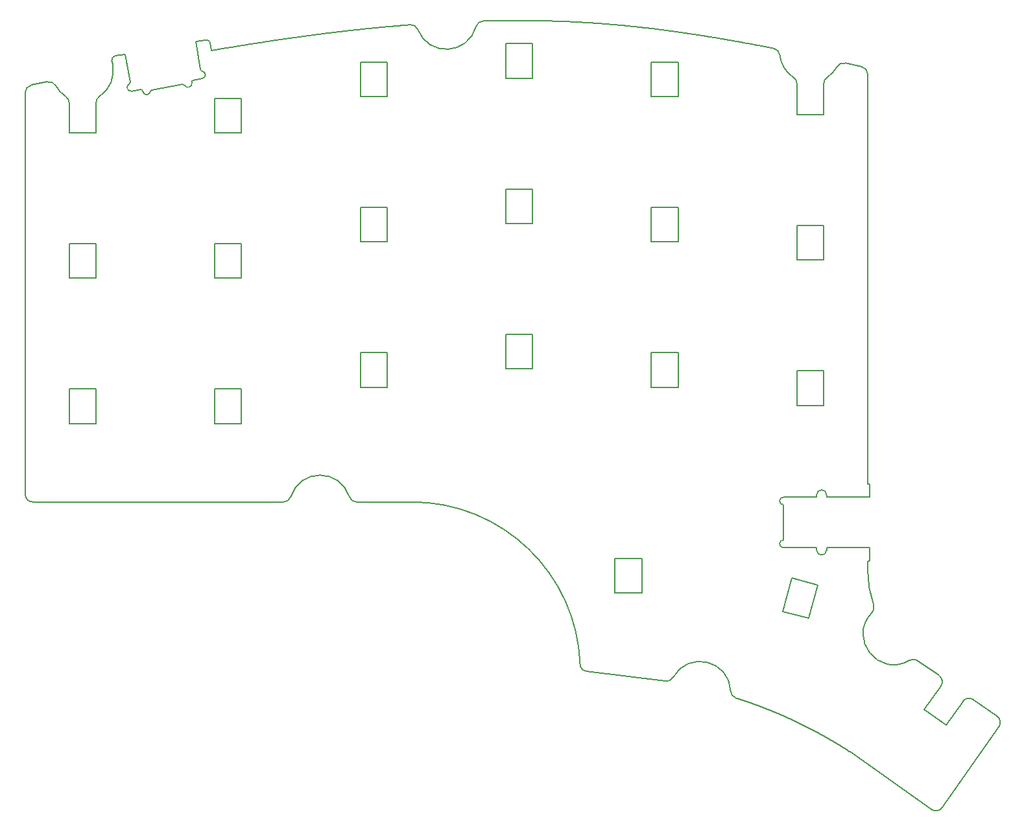
<source format=gm1>
G04 #@! TF.GenerationSoftware,KiCad,Pcbnew,(5.0.0)*
G04 #@! TF.CreationDate,2019-01-14T15:32:29+09:00*
G04 #@! TF.ProjectId,kp21,6B7032312E6B696361645F7063620000,rev?*
G04 #@! TF.SameCoordinates,Original*
G04 #@! TF.FileFunction,Profile,NP*
%FSLAX46Y46*%
G04 Gerber Fmt 4.6, Leading zero omitted, Abs format (unit mm)*
G04 Created by KiCad (PCBNEW (5.0.0)) date 01/14/19 15:32:29*
%MOMM*%
%LPD*%
G01*
G04 APERTURE LIST*
%ADD10C,0.200000*%
G04 APERTURE END LIST*
D10*
X184353266Y-36212623D02*
X184495629Y-36230389D01*
X184068493Y-36177461D02*
X184210887Y-36194980D01*
X184210887Y-36194980D02*
X184353266Y-36212623D01*
X179361267Y-35673148D02*
X179504135Y-35686206D01*
X184922625Y-36284418D02*
X185064926Y-36302669D01*
X184780309Y-36266287D02*
X184922625Y-36284418D01*
X183783660Y-36142796D02*
X183926084Y-36160066D01*
X180646588Y-35795867D02*
X180789332Y-35810214D01*
X183498765Y-36108634D02*
X183641220Y-36125652D01*
X183356296Y-36091744D02*
X183498765Y-36108634D01*
X181645506Y-35899215D02*
X181788152Y-35914528D01*
X178218801Y-35574101D02*
X178361457Y-35585943D01*
X181074780Y-35839329D02*
X181217483Y-35854094D01*
X179504135Y-35686206D02*
X179646989Y-35699410D01*
X182501164Y-35993106D02*
X182643723Y-36009220D01*
X180503829Y-35781660D02*
X180646588Y-35795867D01*
X178076132Y-35562407D02*
X178218801Y-35574101D01*
X180932063Y-35824702D02*
X181074780Y-35839329D01*
X180361057Y-35767594D02*
X180503829Y-35781660D01*
X178646730Y-35610075D02*
X178789664Y-35622392D01*
X184495629Y-36230389D02*
X184637976Y-36248277D01*
X182216003Y-35961275D02*
X182358591Y-35977124D01*
X181360171Y-35868997D02*
X181502846Y-35884038D01*
X181788152Y-35914528D02*
X181930783Y-35929976D01*
X179075492Y-35647474D02*
X179218387Y-35660238D01*
X180218271Y-35753671D02*
X180361057Y-35767594D01*
X180075471Y-35739890D02*
X180218271Y-35753671D01*
X179932657Y-35726252D02*
X180075471Y-35739890D01*
X178789664Y-35622392D02*
X178932585Y-35634859D01*
X178646730Y-35610075D02*
X178646730Y-35610075D01*
X178361457Y-35585943D02*
X178504100Y-35597934D01*
X186205340Y-36453278D02*
X186348356Y-36472701D01*
X185633972Y-36376864D02*
X185776194Y-36395707D01*
X183071311Y-36058346D02*
X183213811Y-36074981D01*
X182928797Y-36041841D02*
X183071311Y-36058346D01*
X178932585Y-35634859D02*
X179075492Y-35647474D01*
X177933452Y-35550863D02*
X178076132Y-35562407D01*
X181930783Y-35929976D02*
X182073400Y-35945558D01*
X186062307Y-36433971D02*
X186205340Y-36453278D01*
X182786267Y-36025465D02*
X182928797Y-36041841D01*
X177790759Y-35539467D02*
X177933452Y-35550863D01*
X183641220Y-36125652D02*
X183783660Y-36142796D01*
X179218387Y-35660238D02*
X179361267Y-35673148D01*
X183926084Y-36160066D02*
X184068493Y-36177461D01*
X179646989Y-35699410D02*
X179789830Y-35712759D01*
X182643723Y-36009220D02*
X182786267Y-36025465D01*
X186348356Y-36472701D02*
X186491356Y-36492240D01*
X185919259Y-36414780D02*
X186062307Y-36433971D01*
X185776194Y-36395707D02*
X185919259Y-36414780D01*
X185776194Y-36395707D02*
X185776194Y-36395707D01*
X183213811Y-36074981D02*
X183356296Y-36091744D01*
X185491734Y-36358138D02*
X185633972Y-36376864D01*
X180789332Y-35810214D02*
X180932063Y-35824702D01*
X185349481Y-36339530D02*
X185491734Y-36358138D01*
X181217483Y-35854094D02*
X181360171Y-35868997D01*
X182358591Y-35977124D02*
X182501164Y-35993106D01*
X179789830Y-35712759D02*
X179932657Y-35726252D01*
X185207211Y-36321040D02*
X185349481Y-36339530D01*
X185064926Y-36302669D02*
X185207211Y-36321040D01*
X184637976Y-36248277D02*
X184780309Y-36266287D01*
X182073400Y-35945558D02*
X182216003Y-35961275D01*
X181502846Y-35884038D02*
X181645506Y-35899215D01*
X178504100Y-35597934D02*
X178646730Y-35610075D01*
X175934721Y-35404745D02*
X176077556Y-35414228D01*
X169351064Y-35123030D02*
X169494536Y-35126013D01*
X177505337Y-35517119D02*
X177648054Y-35528219D01*
X177362609Y-35506167D02*
X177505337Y-35517119D01*
X177077118Y-35484707D02*
X177219869Y-35495363D01*
X176791582Y-35463836D02*
X176934355Y-35474198D01*
X173076173Y-35245479D02*
X173219173Y-35252080D01*
X170642200Y-35154802D02*
X170785643Y-35159022D01*
X171072515Y-35167879D02*
X171215945Y-35172518D01*
X170211852Y-35142974D02*
X170355305Y-35146778D01*
X172504112Y-35220497D02*
X172647137Y-35226530D01*
X171645852Y-35187262D02*
X171788908Y-35192450D01*
X177219869Y-35495363D02*
X177362609Y-35506167D01*
X169638005Y-35129131D02*
X169781472Y-35132386D01*
X171502791Y-35182215D02*
X171645852Y-35187262D01*
X174934606Y-35342441D02*
X175077507Y-35350906D01*
X176934355Y-35474198D02*
X177077118Y-35484707D01*
X169064111Y-35117473D02*
X169207589Y-35120184D01*
X176506003Y-35443553D02*
X176648798Y-35453621D01*
X168777149Y-35112457D02*
X168920631Y-35114897D01*
X176363198Y-35433631D02*
X176506003Y-35443553D01*
X171788908Y-35192450D02*
X171931960Y-35197777D01*
X174791696Y-35334120D02*
X174934606Y-35342441D01*
X173648131Y-35272736D02*
X173791104Y-35279907D01*
X175077507Y-35350906D02*
X175220398Y-35359516D01*
X176220382Y-35423856D02*
X176363198Y-35433631D01*
X176077556Y-35414228D02*
X176220382Y-35423856D01*
X175791875Y-35395408D02*
X175934721Y-35404745D01*
X173934069Y-35287221D02*
X174077026Y-35294678D01*
X175220398Y-35359516D02*
X175363281Y-35368271D01*
X173362166Y-35258822D02*
X173505152Y-35265708D01*
X171502791Y-35182215D02*
X171502791Y-35182215D01*
X169781472Y-35132386D02*
X169924935Y-35135778D01*
X174077026Y-35294678D02*
X174219976Y-35302279D01*
X169494536Y-35126013D02*
X169638005Y-35129131D01*
X170355305Y-35146778D02*
X170498754Y-35150721D01*
X170068395Y-35139307D02*
X170211852Y-35142974D01*
X171359370Y-35177296D02*
X171502791Y-35182215D01*
X173505152Y-35265708D02*
X173648131Y-35272736D01*
X170785643Y-35159022D02*
X170929081Y-35163381D01*
X174219976Y-35302279D02*
X174362918Y-35310023D01*
X175506155Y-35377172D02*
X175649020Y-35386217D01*
X175363281Y-35368271D02*
X175506155Y-35377172D01*
X174648779Y-35325943D02*
X174791696Y-35334120D01*
X169924935Y-35135778D02*
X170068395Y-35139307D01*
X172933167Y-35239021D02*
X173076173Y-35245479D01*
X172790155Y-35232705D02*
X172933167Y-35239021D01*
X171215945Y-35172518D02*
X171359370Y-35177296D01*
X168920631Y-35114897D02*
X169064111Y-35117473D01*
X174362918Y-35310023D02*
X174505852Y-35317911D01*
X172361082Y-35214606D02*
X172504112Y-35220497D01*
X172218047Y-35208855D02*
X172361082Y-35214606D01*
X171931960Y-35197777D02*
X172075006Y-35203246D01*
X170498754Y-35150721D02*
X170642200Y-35154802D01*
X175649020Y-35386217D02*
X175791875Y-35395408D01*
X174505852Y-35317911D02*
X174648779Y-35325943D01*
X173791104Y-35279907D02*
X173934069Y-35287221D01*
X173219173Y-35252080D02*
X173362166Y-35258822D01*
X170929081Y-35163381D02*
X171072515Y-35167879D01*
X172075006Y-35203246D02*
X172218047Y-35208855D01*
X169207589Y-35120184D02*
X169351064Y-35123030D01*
X172647137Y-35226530D02*
X172790155Y-35232705D01*
X177648054Y-35528219D02*
X177790759Y-35539467D01*
X176648798Y-35453621D02*
X176791582Y-35463836D01*
X197091127Y-124392258D02*
X197111076Y-124399403D01*
X196451478Y-124167286D02*
X196471504Y-124174209D01*
X197051223Y-124377989D02*
X197071176Y-124385120D01*
X196190915Y-124077917D02*
X196210973Y-124084750D01*
X196871530Y-124314123D02*
X196891506Y-124321191D01*
X196030417Y-124023515D02*
X196050485Y-124030291D01*
X196691638Y-124250819D02*
X196711636Y-124257825D01*
X196631631Y-124229842D02*
X196651636Y-124236827D01*
X196571601Y-124208928D02*
X196591614Y-124215892D01*
X196170856Y-124071091D02*
X196190915Y-124077917D01*
X196050485Y-124030291D02*
X196070552Y-124037073D01*
X196791603Y-124285918D02*
X196811588Y-124292959D01*
X196991347Y-124356638D02*
X197011308Y-124363748D01*
X196491528Y-124181139D02*
X196511550Y-124188076D01*
X196771615Y-124278885D02*
X196791603Y-124285918D01*
X196931450Y-124335349D02*
X196951418Y-124342438D01*
X196891506Y-124321191D02*
X196911479Y-124328267D01*
X196411417Y-124153461D02*
X196431449Y-124160370D01*
X196831571Y-124300007D02*
X196851552Y-124307061D01*
X196371347Y-124139664D02*
X196391383Y-124146559D01*
X196811588Y-124292959D02*
X196831571Y-124300007D01*
X196271131Y-124105291D02*
X196291179Y-124112152D01*
X196070552Y-124037073D02*
X196090615Y-124043862D01*
X196751624Y-124271858D02*
X196771615Y-124278885D01*
X196291179Y-124112152D02*
X196311225Y-124119019D01*
X196251081Y-124098437D02*
X196271131Y-124105291D01*
X196010346Y-124016747D02*
X196030417Y-124023515D01*
X196731631Y-124264838D02*
X196751624Y-124271858D01*
X196150793Y-124064271D02*
X196170856Y-124071091D01*
X196591614Y-124215892D02*
X196611623Y-124222864D01*
X196551587Y-124201970D02*
X196571601Y-124208928D01*
X196150793Y-124064271D02*
X196150793Y-124064271D01*
X196511550Y-124188076D02*
X196531570Y-124195020D01*
X196471504Y-124174209D02*
X196491528Y-124181139D01*
X196090615Y-124043862D02*
X196110677Y-124050658D01*
X196311225Y-124119019D02*
X196331268Y-124125894D01*
X196210973Y-124084750D02*
X196231028Y-124091590D01*
X196231028Y-124091590D02*
X196251081Y-124098437D01*
X197230733Y-124442426D02*
X197250669Y-124449621D01*
X196651636Y-124236827D02*
X196671638Y-124243820D01*
X197210795Y-124435237D02*
X197230733Y-124442426D01*
X197170911Y-124420881D02*
X197190854Y-124428056D01*
X197111076Y-124399403D02*
X197131022Y-124406555D01*
X197011308Y-124363748D02*
X197031267Y-124370865D01*
X196531570Y-124195020D02*
X196551587Y-124201970D01*
X196971384Y-124349535D02*
X196991347Y-124356638D01*
X196911479Y-124328267D02*
X196931450Y-124335349D01*
X196711636Y-124257825D02*
X196731631Y-124264838D01*
X196391383Y-124146559D02*
X196411417Y-124153461D01*
X196851552Y-124307061D02*
X196871530Y-124314123D01*
X197190854Y-124428056D02*
X197210795Y-124435237D01*
X196331268Y-124125894D02*
X196351309Y-124132775D01*
X196110677Y-124050658D02*
X196130736Y-124057461D01*
X196611623Y-124222864D02*
X196631631Y-124229842D01*
X197031267Y-124370865D02*
X197051223Y-124377989D01*
X196130736Y-124057461D02*
X196150793Y-124064271D01*
X197150965Y-124413714D02*
X197170911Y-124420881D01*
X197150965Y-124413714D02*
X197150965Y-124413714D01*
X196671638Y-124243820D02*
X196691638Y-124250819D01*
X196951418Y-124342438D02*
X196971384Y-124349535D01*
X196431449Y-124160370D02*
X196451478Y-124167286D01*
X197071176Y-124385120D02*
X197091127Y-124392258D01*
X196351309Y-124132775D02*
X196371347Y-124139664D01*
X197131022Y-124406555D02*
X197150965Y-124413714D01*
X195105529Y-123719457D02*
X195112133Y-123721572D01*
X195688898Y-123909382D02*
X195709006Y-123916041D01*
X195889872Y-123976279D02*
X195909956Y-123983007D01*
X195849695Y-123962845D02*
X195869784Y-123969559D01*
X195789413Y-123942745D02*
X195809509Y-123949438D01*
X195709006Y-123916041D02*
X195729111Y-123922707D01*
X195588326Y-123876189D02*
X195608445Y-123882814D01*
X195079110Y-123711004D02*
X195085715Y-123713116D01*
X195366872Y-123803764D02*
X195387015Y-123810314D01*
X195185483Y-123745116D02*
X195205646Y-123751606D01*
X195098925Y-123717342D02*
X195105529Y-123719457D01*
X195059294Y-123704672D02*
X195065899Y-123706782D01*
X195990272Y-124009985D02*
X196010346Y-124016747D01*
X195950119Y-123996482D02*
X195970197Y-124003230D01*
X195909956Y-123983007D02*
X195930039Y-123989741D01*
X195869784Y-123969559D02*
X195889872Y-123976279D01*
X195769315Y-123936059D02*
X195789413Y-123942745D01*
X195749214Y-123929379D02*
X195769315Y-123936059D01*
X195568205Y-123869571D02*
X195588326Y-123876189D01*
X195046081Y-123700454D02*
X195052688Y-123702562D01*
X195346726Y-123797220D02*
X195366872Y-123803764D01*
X195266122Y-123771114D02*
X195286277Y-123777631D01*
X195085715Y-123713116D02*
X195092320Y-123715229D01*
X195225807Y-123758102D02*
X195245966Y-123764605D01*
X195205646Y-123751606D02*
X195225807Y-123758102D01*
X195548082Y-123862960D02*
X195568205Y-123869571D01*
X195628562Y-123889446D02*
X195648676Y-123896084D01*
X195112133Y-123721572D02*
X195118737Y-123723688D01*
X195729111Y-123922707D02*
X195749214Y-123929379D01*
X195527956Y-123856355D02*
X195548082Y-123862960D01*
X195447432Y-123830005D02*
X195467566Y-123836582D01*
X195306429Y-123784154D02*
X195326579Y-123790684D01*
X195467566Y-123836582D02*
X195487699Y-123843167D01*
X195427295Y-123823435D02*
X195447432Y-123830005D01*
X195138548Y-123730039D02*
X195145151Y-123732158D01*
X195072505Y-123708892D02*
X195079110Y-123711004D01*
X195326579Y-123790684D02*
X195346726Y-123797220D01*
X195026261Y-123694133D02*
X195032868Y-123696239D01*
X195487699Y-123843167D02*
X195507829Y-123849758D01*
X195387015Y-123810314D02*
X195407156Y-123816871D01*
X195286277Y-123777631D02*
X195306429Y-123784154D01*
X195145151Y-123732158D02*
X195165318Y-123738634D01*
X195092320Y-123715229D02*
X195098925Y-123717342D01*
X195145151Y-123732158D02*
X195145151Y-123732158D01*
X195032868Y-123696239D02*
X195039475Y-123698346D01*
X195125341Y-123725804D02*
X195131945Y-123727921D01*
X195118737Y-123723688D02*
X195125341Y-123725804D01*
X195065899Y-123706782D02*
X195072505Y-123708892D01*
X195019654Y-123692027D02*
X195026261Y-123694133D01*
X195245966Y-123764605D02*
X195266122Y-123771114D01*
X195131945Y-123727921D02*
X195138548Y-123730039D01*
X195829603Y-123956138D02*
X195849695Y-123962845D01*
X195668788Y-123902730D02*
X195688898Y-123909382D01*
X195809509Y-123949438D02*
X195829603Y-123956138D01*
X195407156Y-123816871D02*
X195427295Y-123823435D01*
X195039475Y-123698346D02*
X195046081Y-123700454D01*
X195970197Y-124003230D02*
X195990272Y-124009985D01*
X195648676Y-123896084D02*
X195668788Y-123902730D01*
X195165318Y-123738634D02*
X195185483Y-123745116D01*
X195013047Y-123689922D02*
X195019654Y-123692027D01*
X195507829Y-123849758D02*
X195527956Y-123856355D01*
X195608445Y-123882814D02*
X195628562Y-123889446D01*
X195052688Y-123702562D02*
X195059294Y-123704672D01*
X195930039Y-123989741D02*
X195950119Y-123996482D01*
X198028082Y-38402221D02*
X198166165Y-38428440D01*
X194847788Y-123637532D02*
X194854401Y-123639619D01*
X194960179Y-123673108D02*
X194966789Y-123675208D01*
X194953570Y-123671010D02*
X194960179Y-123673108D01*
X195402163Y-37916601D02*
X195540484Y-37941536D01*
X194927130Y-123662623D02*
X194933740Y-123664719D01*
X194907297Y-123656341D02*
X194913908Y-123658434D01*
X194887463Y-123650065D02*
X194894075Y-123652156D01*
X196646583Y-38143577D02*
X196784789Y-38169144D01*
X194861014Y-123641707D02*
X194867626Y-123643795D01*
X194834561Y-123633361D02*
X194841174Y-123635446D01*
X199684312Y-38720827D02*
X199822257Y-38747756D01*
X197613761Y-38323945D02*
X197751880Y-38349974D01*
X197061162Y-38220480D02*
X197199330Y-38246248D01*
X195540484Y-37941536D02*
X195678791Y-37966544D01*
X194821333Y-123629192D02*
X194827947Y-123631276D01*
X199408388Y-38667138D02*
X199546356Y-38693954D01*
X196508366Y-38118078D02*
X196646583Y-38143577D01*
X199270410Y-38640379D02*
X199408388Y-38667138D01*
X196370135Y-38092648D02*
X196508366Y-38118078D01*
X196922982Y-38194778D02*
X197061162Y-38220480D01*
X194966789Y-123675208D02*
X194973398Y-123677307D01*
X198442296Y-38481062D02*
X198580344Y-38507465D01*
X197337486Y-38272082D02*
X197475629Y-38297981D01*
X194999831Y-123685714D02*
X195006439Y-123687818D01*
X194973398Y-123677307D02*
X194980006Y-123679408D01*
X196231892Y-38067286D02*
X196370135Y-38092648D01*
X196093636Y-38041995D02*
X196231892Y-38067286D01*
X198166165Y-38428440D02*
X198304237Y-38454720D01*
X195955367Y-38016774D02*
X196093636Y-38041995D01*
X197751880Y-38349974D02*
X197889987Y-38376066D01*
X194946960Y-123668912D02*
X194953570Y-123671010D01*
X194867626Y-123643795D02*
X194874239Y-123645884D01*
X194940350Y-123666815D02*
X194946960Y-123668912D01*
X194854401Y-123639619D02*
X194861014Y-123641707D01*
X194894075Y-123652156D02*
X194900686Y-123654248D01*
X194880851Y-123647974D02*
X194887463Y-123650065D01*
X194913908Y-123658434D02*
X194920519Y-123660528D01*
X198994418Y-38587036D02*
X199132420Y-38613678D01*
X198856405Y-38560453D02*
X198994418Y-38587036D01*
X197889987Y-38376066D02*
X198028082Y-38402221D01*
X194980006Y-123679408D02*
X194986615Y-123681509D01*
X194874239Y-123645884D02*
X194880851Y-123647974D01*
X199546356Y-38693954D02*
X199684312Y-38720827D01*
X198718380Y-38533929D02*
X198856405Y-38560453D01*
X195678791Y-37966544D02*
X195817086Y-37991623D01*
X194933740Y-123664719D02*
X194940350Y-123666815D01*
X194827947Y-123631276D02*
X194834561Y-123633361D01*
X199822257Y-38747756D02*
X199822257Y-38747756D01*
X198580344Y-38507465D02*
X198718380Y-38533929D01*
X195006439Y-123687818D02*
X195013047Y-123689922D01*
X194900686Y-123654248D02*
X194907297Y-123656341D01*
X194814719Y-123627108D02*
X194814719Y-123627108D01*
X199132420Y-38613678D02*
X199270410Y-38640379D01*
X196784789Y-38169144D02*
X196922982Y-38194778D01*
X197199330Y-38246248D02*
X197337486Y-38272082D01*
X194993223Y-123683611D02*
X194999831Y-123685714D01*
X195817086Y-37991623D02*
X195955367Y-38016774D01*
X194920519Y-123660528D02*
X194927130Y-123662623D01*
X198304237Y-38454720D02*
X198442296Y-38481062D01*
X194841174Y-123635446D02*
X194847788Y-123637532D01*
X194814719Y-123627108D02*
X194821333Y-123629192D01*
X197475629Y-38297981D02*
X197613761Y-38323945D01*
X194986615Y-123681509D02*
X194993223Y-123683611D01*
X188206112Y-36735461D02*
X188348905Y-36756441D01*
X187920478Y-36693823D02*
X188063303Y-36714588D01*
X187206117Y-36591637D02*
X187349021Y-36611854D01*
X195263830Y-37891739D02*
X195402163Y-37916601D01*
X195125483Y-37866950D02*
X195263830Y-37891739D01*
X194987123Y-37842235D02*
X195125483Y-37866950D01*
X194848749Y-37817595D02*
X194987123Y-37842235D01*
X194710363Y-37793029D02*
X194848749Y-37817595D01*
X187491909Y-36632181D02*
X187634781Y-36652619D01*
X194156681Y-37695528D02*
X194295121Y-37719788D01*
X192910090Y-37480749D02*
X192910090Y-37480749D01*
X193048656Y-37504290D02*
X193187208Y-37527914D01*
X194571962Y-37768539D02*
X194710363Y-37793029D01*
X194433549Y-37744126D02*
X194571962Y-37768539D01*
X194295121Y-37719788D02*
X194433549Y-37744126D01*
X191059007Y-37174619D02*
X191201489Y-37197615D01*
X194018226Y-37671346D02*
X194156681Y-37695528D01*
X188777190Y-36820018D02*
X188919920Y-36841421D01*
X191201489Y-37197615D02*
X191343956Y-37220705D01*
X190916509Y-37151718D02*
X191059007Y-37174619D01*
X189205334Y-36884538D02*
X189348017Y-36906252D01*
X186491356Y-36492240D02*
X186634340Y-36511892D01*
X188063303Y-36714588D02*
X188206112Y-36735461D01*
X186777308Y-36531659D02*
X186920260Y-36551539D01*
X186920260Y-36551539D02*
X187063196Y-36571532D01*
X192198438Y-37361193D02*
X192340799Y-37384927D01*
X187777638Y-36673166D02*
X187920478Y-36693823D01*
X189348017Y-36906252D02*
X189490685Y-36928068D01*
X190061200Y-37016342D02*
X190203790Y-37038660D01*
X193879758Y-37647242D02*
X194018226Y-37671346D01*
X193741276Y-37623217D02*
X193879758Y-37647242D01*
X193602780Y-37599271D02*
X193741276Y-37623217D01*
X192340799Y-37384927D02*
X192483144Y-37408749D01*
X190203790Y-37038660D02*
X190346365Y-37061077D01*
X193464270Y-37575405D02*
X193602780Y-37599271D01*
X191343956Y-37220705D02*
X191486408Y-37243889D01*
X187634781Y-36652619D02*
X187777638Y-36673166D01*
X193187208Y-37527914D02*
X193325746Y-37551619D01*
X188491682Y-36777527D02*
X188634444Y-36798720D01*
X187349021Y-36611854D02*
X187491909Y-36632181D01*
X190346365Y-37061077D02*
X190488924Y-37083592D01*
X193325746Y-37551619D02*
X193464270Y-37575405D01*
X192910090Y-37480749D02*
X193048656Y-37504290D01*
X192767790Y-37456661D02*
X192910090Y-37480749D01*
X192483144Y-37408749D02*
X192625475Y-37432661D01*
X191486408Y-37243889D02*
X191628844Y-37267166D01*
X191628844Y-37267166D02*
X191771265Y-37290536D01*
X191913671Y-37313997D02*
X192056062Y-37337550D01*
X189775973Y-36972004D02*
X189918595Y-36994123D01*
X190773996Y-37128913D02*
X190916509Y-37151718D01*
X188919920Y-36841421D02*
X189062635Y-36862928D01*
X190488924Y-37083592D02*
X190631468Y-37106204D01*
X192625475Y-37432661D02*
X192767790Y-37456661D01*
X192056062Y-37337550D02*
X192198438Y-37361193D01*
X190631468Y-37106204D02*
X190773996Y-37128913D01*
X189918595Y-36994123D02*
X190061200Y-37016342D01*
X189490685Y-36928068D02*
X189633337Y-36949985D01*
X189062635Y-36862928D02*
X189205334Y-36884538D01*
X187063196Y-36571532D02*
X187206117Y-36591637D01*
X186634340Y-36511892D02*
X186777308Y-36531659D01*
X189633337Y-36949985D02*
X189775973Y-36972004D01*
X191771265Y-37290536D02*
X191913671Y-37313997D01*
X188634444Y-36798720D02*
X188777190Y-36820018D01*
X188348905Y-36756441D02*
X188491682Y-36777527D01*
X128259125Y-38687873D02*
X128261640Y-38687454D01*
X206250001Y-43357181D02*
G75*
G02X206700000Y-42522017I999999J0D01*
G01*
X128256609Y-38688292D02*
X128259125Y-38687873D01*
X128251578Y-38689131D02*
X128254094Y-38688711D01*
X221306450Y-120669223D02*
X218546473Y-118733392D01*
X128249063Y-38689550D02*
X128251578Y-38689131D01*
X128246547Y-38689969D02*
X128249063Y-38689550D01*
X128241516Y-38690807D02*
X128244032Y-38690388D01*
X123753479Y-43202592D02*
G75*
G02X122832658Y-43568043I-485520J-119458D01*
G01*
X222263269Y-127146868D02*
X224415897Y-124072597D01*
X128231454Y-38692483D02*
X126343574Y-39025367D01*
X128236485Y-38691645D02*
X128239001Y-38691226D01*
X107299996Y-45011931D02*
G75*
G02X107750000Y-45847098I-549996J-835167D01*
G01*
X113316852Y-40299116D02*
G75*
G02X113722432Y-39719888I492404J86824D01*
G01*
X128231454Y-38692483D02*
X128233970Y-38692064D01*
X118344701Y-44359391D02*
G75*
G02X118547881Y-44154327I246592J-41138D01*
G01*
X128231454Y-38692483D02*
X128231454Y-38692483D01*
X117062459Y-44111618D02*
G75*
G02X117354420Y-44330919I43412J-246203D01*
G01*
X125589366Y-37627428D02*
G75*
G02X126168594Y-38033008I86824J-492404D01*
G01*
X118547881Y-44154327D02*
X122571595Y-43444838D01*
X113410223Y-40828649D02*
X113316853Y-40299116D01*
X224415897Y-124072597D02*
G75*
G02X225809277Y-123827477I819152J-573576D01*
G01*
X207983534Y-41147316D02*
G75*
G02X206700000Y-42522017I-3483534J1965958D01*
G01*
X219396236Y-125139351D02*
X222263269Y-127146868D01*
X111250000Y-45847072D02*
G75*
G02X111699996Y-45011910I1000000J0D01*
G01*
X219396236Y-125139351D02*
X221551374Y-122061495D01*
X128261640Y-38687454D02*
X128264156Y-38687035D01*
X128244032Y-38690388D02*
X128246547Y-38689969D01*
X122571595Y-43444838D02*
G75*
G02X122832658Y-43568043I43412J-246202D01*
G01*
X107750000Y-49750000D02*
X111250000Y-49750000D01*
X118344699Y-44359391D02*
G75*
G02X117354420Y-44330919I-493183J82276D01*
G01*
X107750000Y-45847098D02*
X107750000Y-49750000D01*
X111250000Y-49750000D02*
X111250000Y-45847072D01*
X128239001Y-38691226D02*
X128241516Y-38690807D01*
X123753479Y-43202592D02*
G75*
G02X123952827Y-42896661I242760J59729D01*
G01*
X221306450Y-120669223D02*
G75*
G02X221551374Y-122061495I-574228J-818696D01*
G01*
X206250000Y-47375000D02*
X206250000Y-43357181D01*
X128233970Y-38692064D02*
X128236485Y-38691645D01*
X202300000Y-42522016D02*
G75*
G02X202750000Y-43357181I-550000J-835165D01*
G01*
X202750000Y-47375000D02*
X206250000Y-47375000D01*
X126168594Y-38033008D02*
X126343574Y-39025367D01*
X128274218Y-38685358D02*
X128276734Y-38684939D01*
X128254094Y-38688711D02*
X128256609Y-38688292D01*
X113410223Y-40828649D02*
G75*
G02X111699996Y-45011910I-3909340J-842982D01*
G01*
X128266671Y-38686616D02*
X128269187Y-38686197D01*
X128271703Y-38685778D02*
X128274218Y-38685358D01*
X128269187Y-38686197D02*
X128271703Y-38685778D01*
X128264156Y-38687035D02*
X128266671Y-38686616D01*
X163932799Y-35106912D02*
X163968791Y-35106421D01*
X164112759Y-35104530D02*
X164148751Y-35104076D01*
X168346689Y-35105941D02*
X168490178Y-35107979D01*
X167629221Y-35097748D02*
X167772718Y-35099122D01*
X168203199Y-35104036D02*
X168346689Y-35105941D01*
X166337712Y-35091288D02*
X166481215Y-35091485D01*
X167485724Y-35096507D02*
X167629221Y-35097748D01*
X166481215Y-35091485D02*
X166624718Y-35091812D01*
X164902696Y-35096355D02*
X165046194Y-35095277D01*
X163212987Y-35118213D02*
X163248977Y-35117584D01*
X164148751Y-35104076D02*
X164184743Y-35103630D01*
X164220736Y-35103191D02*
X164256728Y-35102760D01*
X168059707Y-35102265D02*
X168203199Y-35104036D01*
X167916213Y-35100627D02*
X168059707Y-35102265D01*
X167772718Y-35099122D02*
X167916213Y-35100627D01*
X163680860Y-35110554D02*
X163716851Y-35110012D01*
X164759198Y-35097559D02*
X164902696Y-35096355D01*
X167342225Y-35095397D02*
X167485724Y-35096507D01*
X167198725Y-35094419D02*
X167342225Y-35095397D01*
X166768221Y-35092268D02*
X166911723Y-35092855D01*
X165476695Y-35092801D02*
X165620197Y-35092229D01*
X166624718Y-35091812D02*
X166768221Y-35092268D01*
X163644869Y-35111102D02*
X163680860Y-35110554D01*
X163356946Y-35115737D02*
X163392936Y-35115134D01*
X163716851Y-35110012D02*
X163752842Y-35109478D01*
X166194209Y-35091219D02*
X166337712Y-35091288D01*
X165620197Y-35092229D02*
X165763700Y-35091785D01*
X163968791Y-35106421D02*
X164004782Y-35105937D01*
X163428926Y-35114538D02*
X163464916Y-35113948D01*
X165333194Y-35093500D02*
X165476695Y-35092801D01*
X165046194Y-35095277D02*
X165189694Y-35094325D01*
X163284966Y-35116962D02*
X163320956Y-35116346D01*
X164004782Y-35105937D02*
X164040774Y-35105461D01*
X163464916Y-35113948D02*
X163500907Y-35113365D01*
X164615702Y-35098888D02*
X164759198Y-35097559D01*
X164472207Y-35100342D02*
X164615702Y-35098888D01*
X163752842Y-35109478D02*
X163788833Y-35108950D01*
X164328714Y-35101921D02*
X164328714Y-35101921D01*
X163320956Y-35116346D02*
X163356946Y-35115737D01*
X164256728Y-35102760D02*
X164292721Y-35102336D01*
X163500907Y-35113365D02*
X163536897Y-35112789D01*
X168633665Y-35110151D02*
X168777149Y-35112457D01*
X167055224Y-35093572D02*
X167198725Y-35094419D01*
X165763700Y-35091785D02*
X165907203Y-35091468D01*
X164292721Y-35102336D02*
X164328714Y-35101921D01*
X163788833Y-35108950D02*
X163824824Y-35108430D01*
X163824824Y-35108430D02*
X163860816Y-35107917D01*
X164040774Y-35105461D02*
X164076766Y-35104992D01*
X163176998Y-35118848D02*
X163212987Y-35118213D01*
X163896807Y-35107411D02*
X163932799Y-35106912D01*
X163608878Y-35111658D02*
X163644869Y-35111102D01*
X163536897Y-35112789D02*
X163572888Y-35112220D01*
X166911723Y-35092855D02*
X167055224Y-35093572D01*
X166050706Y-35091280D02*
X166194209Y-35091219D01*
X165907203Y-35091468D02*
X166050706Y-35091280D01*
X164328714Y-35101921D02*
X164472207Y-35100342D01*
X164184743Y-35103630D02*
X164220736Y-35103191D01*
X163248977Y-35117584D02*
X163284966Y-35116962D01*
X164076766Y-35104992D02*
X164112759Y-35104530D01*
X163572888Y-35112220D02*
X163608878Y-35111658D01*
X163392936Y-35115134D02*
X163428926Y-35114538D01*
X163860816Y-35107917D02*
X163896807Y-35107411D01*
X165189694Y-35094325D02*
X165333194Y-35093500D01*
X168490178Y-35107979D02*
X168633665Y-35110151D01*
X151527463Y-35705228D02*
X151574200Y-35701077D01*
X162601184Y-35129842D02*
X162637171Y-35129111D01*
X163141009Y-35119490D02*
X163176998Y-35118848D01*
X163069031Y-35120792D02*
X163105020Y-35120138D01*
X162529209Y-35131321D02*
X162529209Y-35131321D01*
X151948054Y-35667392D02*
X151994780Y-35663113D01*
X151480726Y-35709368D02*
X151527463Y-35705228D01*
X151340510Y-35721727D02*
X151387250Y-35717617D01*
X150265438Y-35815138D02*
X150312179Y-35811069D01*
X151200289Y-35734009D02*
X151247030Y-35729923D01*
X150686118Y-35778647D02*
X150732862Y-35774601D01*
X150499146Y-35794837D02*
X150545889Y-35790787D01*
X163033042Y-35121452D02*
X163069031Y-35120792D01*
X162889087Y-35124154D02*
X162925076Y-35123470D01*
X150452404Y-35798890D02*
X150499146Y-35794837D01*
X162745135Y-35126952D02*
X162781123Y-35126244D01*
X162637171Y-35129111D02*
X162673159Y-35128386D01*
X152134952Y-35650168D02*
X152181673Y-35645815D01*
X151106806Y-35742161D02*
X151153548Y-35738088D01*
X150826348Y-35766507D02*
X150873092Y-35762457D01*
X151387250Y-35717617D02*
X151433988Y-35713497D01*
X150545889Y-35790787D02*
X150592632Y-35786739D01*
X150732862Y-35774601D02*
X150779605Y-35770554D01*
X152041506Y-35658816D02*
X152088230Y-35654501D01*
X151994780Y-35663113D02*
X152041506Y-35658816D01*
X162781123Y-35126244D02*
X162817111Y-35125541D01*
X162673159Y-35128386D02*
X162709147Y-35127666D01*
X151574200Y-35701077D02*
X151620935Y-35696914D01*
X162565197Y-35130579D02*
X162601184Y-35129842D01*
X152275110Y-35637050D02*
X152275110Y-35637050D01*
X152228392Y-35641443D02*
X152275110Y-35637050D01*
X150405662Y-35802946D02*
X150452404Y-35798890D01*
X152181673Y-35645815D02*
X152228392Y-35641443D01*
X151761135Y-35684349D02*
X151807867Y-35680133D01*
X151293770Y-35725829D02*
X151340510Y-35721727D01*
X150966578Y-35754351D02*
X151013321Y-35750292D01*
X150592632Y-35786739D02*
X150639375Y-35782693D01*
X150358920Y-35807005D02*
X150405662Y-35802946D01*
X152088230Y-35654501D02*
X152134952Y-35650168D01*
X151854597Y-35675902D02*
X151901326Y-35671655D01*
X151807867Y-35680133D02*
X151854597Y-35675902D01*
X151667669Y-35692739D02*
X151714403Y-35688551D01*
X151433988Y-35713497D02*
X151480726Y-35709368D01*
X151620935Y-35696914D02*
X151667669Y-35692739D01*
X151013321Y-35750292D02*
X151060063Y-35746229D01*
X151247030Y-35729923D02*
X151293770Y-35725829D01*
X150919835Y-35758405D02*
X150966578Y-35754351D01*
X150779605Y-35770554D02*
X150826348Y-35766507D01*
X150312179Y-35811069D02*
X150358920Y-35807005D01*
X150639375Y-35782693D02*
X150686118Y-35778647D01*
X151714403Y-35688551D02*
X151761135Y-35684349D01*
X162997053Y-35122118D02*
X163033042Y-35121452D01*
X162925076Y-35123470D02*
X162961064Y-35122791D01*
X162961064Y-35122791D02*
X162997053Y-35122118D01*
X162817111Y-35125541D02*
X162853099Y-35124845D01*
X151060063Y-35746229D02*
X151106806Y-35742161D01*
X162709147Y-35127666D02*
X162745135Y-35126952D01*
X151901326Y-35671655D02*
X151948054Y-35667392D01*
X150218698Y-35819213D02*
X150265438Y-35815138D01*
X150873092Y-35762457D02*
X150919835Y-35758405D01*
X162853099Y-35124845D02*
X162889087Y-35124154D01*
X163105020Y-35120138D02*
X163141009Y-35119490D01*
X151153548Y-35738088D02*
X151200289Y-35734009D01*
X162529209Y-35131321D02*
X162565197Y-35130579D01*
X148496845Y-35975866D02*
X148640948Y-35962239D01*
X147488371Y-36073829D02*
X147632412Y-36059561D01*
X146192411Y-36206282D02*
X146336370Y-36191210D01*
X143171428Y-36542604D02*
X143315189Y-36525753D01*
X142883934Y-36576552D02*
X143027676Y-36559537D01*
X144609472Y-36377801D02*
X144753329Y-36361781D01*
X143027676Y-36559537D02*
X143171428Y-36542604D01*
X148064589Y-36017301D02*
X148208665Y-36003397D01*
X147344339Y-36088188D02*
X147488371Y-36073829D01*
X144321787Y-36410096D02*
X144465625Y-36393907D01*
X146336370Y-36191210D02*
X146480338Y-36176226D01*
X146480338Y-36176226D02*
X146624316Y-36161331D01*
X142740202Y-36593647D02*
X142740202Y-36593647D01*
X145472753Y-36282953D02*
X145616666Y-36267446D01*
X144177958Y-36426370D02*
X144321787Y-36410096D01*
X143746531Y-36475689D02*
X143890330Y-36459166D01*
X145328850Y-36298548D02*
X145472753Y-36282953D01*
X142451975Y-36628173D02*
X142596083Y-36610869D01*
X144034140Y-36442726D02*
X144177958Y-36426370D01*
X143602740Y-36492295D02*
X143746531Y-36475689D01*
X142307876Y-36645557D02*
X142451975Y-36628173D01*
X144753329Y-36361781D02*
X144897195Y-36345844D01*
X144897195Y-36345844D02*
X145041070Y-36329993D01*
X149938272Y-35843816D02*
X149985007Y-35839694D01*
X148208665Y-36003397D02*
X148352751Y-35989586D01*
X147920521Y-36031296D02*
X148064589Y-36017301D01*
X146048461Y-36221442D02*
X146192411Y-36206282D01*
X149794090Y-35856595D02*
X149938272Y-35843816D01*
X147200316Y-36102638D02*
X147344339Y-36088188D01*
X143315189Y-36525753D02*
X143458960Y-36508983D01*
X149505752Y-35882440D02*
X149649917Y-35869470D01*
X147056303Y-36117177D02*
X147200316Y-36102638D01*
X148640948Y-35962239D02*
X148785060Y-35948706D01*
X143890330Y-36459166D02*
X144034140Y-36442726D01*
X146624316Y-36161331D02*
X146768302Y-36146524D01*
X148352751Y-35989586D02*
X148496845Y-35975866D01*
X147632412Y-36059561D02*
X147776462Y-36045383D01*
X147776462Y-36045383D02*
X147920521Y-36031296D01*
X142019707Y-36680565D02*
X142163786Y-36663021D01*
X150171959Y-35823294D02*
X150218698Y-35819213D01*
X141875637Y-36698188D02*
X142019707Y-36680565D01*
X150125220Y-35827382D02*
X150171959Y-35823294D01*
X150078481Y-35831477D02*
X150125220Y-35827382D01*
X150031744Y-35835581D02*
X150078481Y-35831477D01*
X149938272Y-35843816D02*
X149938272Y-35843816D01*
X142596083Y-36610869D02*
X142740202Y-36593647D01*
X148785060Y-35948706D02*
X148929181Y-35935265D01*
X145616666Y-36267446D02*
X145760588Y-36252024D01*
X142740202Y-36593647D02*
X142883934Y-36576552D01*
X149985007Y-35839694D02*
X150031744Y-35835581D01*
X144465625Y-36393907D02*
X144609472Y-36377801D01*
X146768302Y-36146524D02*
X146912298Y-36131806D01*
X145184955Y-36314228D02*
X145328850Y-36298548D01*
X148929181Y-35935265D02*
X149073311Y-35921918D01*
X142163786Y-36663021D02*
X142307876Y-36645557D01*
X146912298Y-36131806D02*
X147056303Y-36117177D01*
X149649917Y-35869470D02*
X149794090Y-35856595D01*
X145904520Y-36236690D02*
X146048461Y-36221442D01*
X145760588Y-36252024D02*
X145904520Y-36236690D01*
X145041070Y-36329993D02*
X145184955Y-36314228D01*
X149217449Y-35908664D02*
X149361596Y-35895505D01*
X149361596Y-35895505D02*
X149505752Y-35882440D01*
X149073311Y-35921918D02*
X149217449Y-35908664D01*
X143458960Y-36508983D02*
X143602740Y-36492295D01*
X134826285Y-37653327D02*
X134970259Y-37632108D01*
X135546251Y-37547891D02*
X135546251Y-37547891D01*
X141155436Y-36787487D02*
X141299457Y-36769470D01*
X140723433Y-36842001D02*
X140867424Y-36823753D01*
X138277075Y-37163754D02*
X138420901Y-37144238D01*
X140579451Y-36860327D02*
X140723433Y-36842001D01*
X138133260Y-37183342D02*
X138277075Y-37163754D01*
X140003623Y-36934393D02*
X140147565Y-36915762D01*
X139571854Y-36990735D02*
X139715767Y-36971879D01*
X136983088Y-37342600D02*
X137126825Y-37322447D01*
X135546251Y-37547891D02*
X135689891Y-37527058D01*
X135833541Y-37506292D02*
X135977200Y-37485593D01*
X139859690Y-36953098D02*
X140003623Y-36934393D01*
X137701872Y-37242535D02*
X137845658Y-37222733D01*
X138420901Y-37144238D02*
X138564736Y-37124795D01*
X133818740Y-37803673D02*
X133962646Y-37782003D01*
X136839360Y-37362822D02*
X136983088Y-37342600D01*
X139427951Y-37009665D02*
X139571854Y-36990735D01*
X139284057Y-37028669D02*
X139427951Y-37009665D01*
X137845658Y-37222733D02*
X137989454Y-37203002D01*
X137558096Y-37262407D02*
X137701872Y-37242535D01*
X140291517Y-36897208D02*
X140435479Y-36878729D01*
X133674843Y-37825407D02*
X133818740Y-37803673D01*
X139140173Y-37047747D02*
X139284057Y-37028669D01*
X133962646Y-37782003D02*
X134106562Y-37760396D01*
X138996299Y-37066899D02*
X139140173Y-37047747D01*
X138852435Y-37086125D02*
X138996299Y-37066899D01*
X134970259Y-37632108D02*
X135114242Y-37610955D01*
X132811664Y-37957125D02*
X132955503Y-37935017D01*
X137989454Y-37203002D02*
X138133260Y-37183342D01*
X137126825Y-37322447D02*
X137270572Y-37302364D01*
X137414329Y-37282350D02*
X137558096Y-37262407D01*
X135114242Y-37610955D02*
X135258236Y-37589867D01*
X132955503Y-37935017D02*
X133099352Y-37912970D01*
X140867424Y-36823753D02*
X141011425Y-36805581D01*
X136695643Y-37383113D02*
X136839360Y-37362822D01*
X134106562Y-37760396D02*
X134250487Y-37738853D01*
X136264548Y-37444397D02*
X136408236Y-37423901D01*
X136551935Y-37403473D02*
X136695643Y-37383113D01*
X135977200Y-37485593D02*
X136120869Y-37464962D01*
X133099352Y-37912970D02*
X133243211Y-37890986D01*
X141731578Y-36715891D02*
X141875637Y-36698188D01*
X141587528Y-36733672D02*
X141731578Y-36715891D01*
X141443487Y-36751532D02*
X141587528Y-36733672D01*
X138564736Y-37124795D02*
X138708580Y-37105423D01*
X134250487Y-37738853D02*
X134394422Y-37717375D01*
X134394422Y-37717375D02*
X134538367Y-37695961D01*
X136120869Y-37464962D02*
X136264548Y-37444397D01*
X135258236Y-37589867D02*
X135402239Y-37568846D01*
X134682321Y-37674611D02*
X134826285Y-37653327D01*
X133530956Y-37847204D02*
X133674843Y-37825407D01*
X133243211Y-37890986D02*
X133387079Y-37869064D01*
X141299457Y-36769470D02*
X141443487Y-36751532D01*
X140435479Y-36878729D02*
X140579451Y-36860327D01*
X139715767Y-36971879D02*
X139859690Y-36953098D01*
X140147565Y-36915762D02*
X140291517Y-36897208D01*
X138708580Y-37105423D02*
X138852435Y-37086125D01*
X135689891Y-37527058D02*
X135833541Y-37506292D01*
X136408236Y-37423901D02*
X136551935Y-37403473D01*
X133387079Y-37869064D02*
X133530956Y-37847204D01*
X135402239Y-37568846D02*
X135546251Y-37547891D01*
X134538367Y-37695961D02*
X134682321Y-37674611D01*
X137270572Y-37302364D02*
X137414329Y-37282350D01*
X141011425Y-36805581D02*
X141155436Y-36787487D01*
X129505924Y-38481984D02*
X129649551Y-38458535D01*
X128329560Y-38676137D02*
X128332075Y-38675718D01*
X128354715Y-38671947D02*
X128357231Y-38671528D01*
X131373785Y-38181535D02*
X131517531Y-38158826D01*
X128316982Y-38678233D02*
X128319497Y-38677814D01*
X129075097Y-38552659D02*
X129218697Y-38529046D01*
X128931506Y-38576326D02*
X129075097Y-38552659D01*
X128319497Y-38677814D02*
X128322013Y-38677395D01*
X128357231Y-38671528D02*
X128500786Y-38647648D01*
X128342137Y-38674042D02*
X128344653Y-38673623D01*
X128332075Y-38675718D02*
X128334591Y-38675299D01*
X128276734Y-38684939D02*
X128279249Y-38684520D01*
X132667834Y-37979294D02*
X132811664Y-37957125D01*
X132524013Y-38001525D02*
X132667834Y-37979294D01*
X128289311Y-38682843D02*
X128291827Y-38682424D01*
X132380202Y-38023816D02*
X132524013Y-38001525D01*
X129649551Y-38458535D02*
X129793187Y-38435142D01*
X128291827Y-38682424D02*
X128294342Y-38682005D01*
X128337106Y-38674880D02*
X128339622Y-38674461D01*
X132236400Y-38046168D02*
X132380202Y-38023816D01*
X132092608Y-38068580D02*
X132236400Y-38046168D01*
X131948824Y-38091052D02*
X132092608Y-38068580D01*
X130080486Y-38388521D02*
X130224150Y-38365295D01*
X128347168Y-38673204D02*
X128349684Y-38672785D01*
X128349684Y-38672785D02*
X128352200Y-38672366D01*
X130224150Y-38365295D02*
X130367822Y-38342125D01*
X128339622Y-38674461D02*
X128342137Y-38674042D01*
X128281765Y-38684101D02*
X128284280Y-38683682D01*
X128644350Y-38623820D02*
X128787924Y-38600046D01*
X128306920Y-38679909D02*
X128309435Y-38679490D01*
X131805051Y-38113584D02*
X131948824Y-38091052D01*
X128327044Y-38676556D02*
X128329560Y-38676137D01*
X128500786Y-38647648D02*
X128644350Y-38623820D01*
X128314466Y-38678652D02*
X128316982Y-38678233D01*
X128334591Y-38675299D02*
X128337106Y-38674880D01*
X128311951Y-38679071D02*
X128314466Y-38678652D01*
X128301889Y-38680748D02*
X128304404Y-38680328D01*
X131661286Y-38136175D02*
X131805051Y-38113584D01*
X129362306Y-38505488D02*
X129505924Y-38481984D01*
X128357231Y-38671528D02*
X128357231Y-38671528D01*
X131517531Y-38158826D02*
X131661286Y-38136175D01*
X128299373Y-38681167D02*
X128301889Y-38680748D01*
X128296858Y-38681586D02*
X128299373Y-38681167D01*
X128787924Y-38600046D02*
X128931506Y-38576326D01*
X128322013Y-38677395D02*
X128324529Y-38676975D01*
X128304404Y-38680328D02*
X128306920Y-38679909D01*
X131086321Y-38227129D02*
X131230049Y-38204303D01*
X130655194Y-38295955D02*
X130798894Y-38272955D01*
X128309435Y-38679490D02*
X128311951Y-38679071D01*
X130798894Y-38272955D02*
X130942603Y-38250013D01*
X129793187Y-38435142D02*
X129936832Y-38411803D01*
X128324529Y-38676975D02*
X128327044Y-38676556D01*
X128286796Y-38683263D02*
X128289311Y-38682843D01*
X131230049Y-38204303D02*
X131373785Y-38181535D01*
X130942603Y-38250013D02*
X131086321Y-38227129D01*
X130367822Y-38342125D02*
X130511504Y-38319011D01*
X129936832Y-38411803D02*
X130080486Y-38388521D01*
X128284280Y-38683682D02*
X128286796Y-38683263D01*
X128352200Y-38672366D02*
X128354715Y-38671947D01*
X128344653Y-38673623D02*
X128347168Y-38673204D01*
X130511504Y-38319011D02*
X130655194Y-38295955D01*
X129218697Y-38529046D02*
X129362306Y-38505488D01*
X128279249Y-38684520D02*
X128281765Y-38684101D01*
X128294342Y-38682005D02*
X128296858Y-38681586D01*
X201377643Y-126116512D02*
X201396985Y-126125188D01*
X201628847Y-126229832D02*
X201648149Y-126238597D01*
X201493648Y-126168669D02*
X201512972Y-126177386D01*
X201396985Y-126125188D02*
X201416324Y-126133870D01*
X201570923Y-126203578D02*
X201590234Y-126212322D01*
X201918044Y-126362024D02*
X201937299Y-126370892D01*
X201898786Y-126353164D02*
X201918044Y-126362024D01*
X201879525Y-126344310D02*
X201898786Y-126353164D01*
X201840994Y-126326623D02*
X201860261Y-126335463D01*
X201087144Y-125987204D02*
X201087144Y-125987204D01*
X201532292Y-126186110D02*
X201551609Y-126194840D01*
X201164678Y-126021534D02*
X201184054Y-126030134D01*
X201821723Y-126317789D02*
X201840994Y-126326623D01*
X201783173Y-126300143D02*
X201802450Y-126308963D01*
X201184054Y-126030134D02*
X201203427Y-126038741D01*
X201763893Y-126291330D02*
X201783173Y-126300143D01*
X201551609Y-126194840D02*
X201570923Y-126203578D01*
X201512972Y-126177386D02*
X201532292Y-126186110D01*
X201454992Y-126151256D02*
X201474322Y-126159959D01*
X201067750Y-125978637D02*
X201087144Y-125987204D01*
X201048353Y-125970078D02*
X201067750Y-125978637D01*
X201300244Y-126081878D02*
X201319598Y-126090526D01*
X201106532Y-125995776D02*
X201125917Y-126004355D01*
X201358298Y-126107843D02*
X201377643Y-126116512D01*
X201338950Y-126099181D02*
X201358298Y-126107843D01*
X201261526Y-126064602D02*
X201280887Y-126073237D01*
X201028953Y-125961525D02*
X201048353Y-125970078D01*
X200970735Y-125935909D02*
X200990144Y-125944440D01*
X201725324Y-126273725D02*
X201744610Y-126282524D01*
X201648149Y-126238597D02*
X201667447Y-126247368D01*
X201242163Y-126055975D02*
X201261526Y-126064602D01*
X201222796Y-126047354D02*
X201242163Y-126055975D01*
X201686743Y-126256147D02*
X201706035Y-126264933D01*
X201416324Y-126133870D02*
X201435659Y-126142560D01*
X201280887Y-126073237D02*
X201300244Y-126081878D01*
X201609542Y-126221074D02*
X201628847Y-126229832D01*
X201319598Y-126090526D02*
X201338950Y-126099181D01*
X201590234Y-126212322D02*
X201609542Y-126221074D01*
X200990144Y-125944440D02*
X201009550Y-125952979D01*
X201435659Y-126142560D02*
X201454992Y-126151256D01*
X201937299Y-126370892D02*
X201956551Y-126379766D01*
X201860261Y-126335463D02*
X201879525Y-126344310D01*
X201145299Y-126012941D02*
X201164678Y-126021534D01*
X201802450Y-126308963D02*
X201821723Y-126317789D01*
X201744610Y-126282524D02*
X201763893Y-126291330D01*
X201706035Y-126264933D02*
X201725324Y-126273725D01*
X201667447Y-126247368D02*
X201686743Y-126256147D01*
X201125917Y-126004355D02*
X201145299Y-126012941D01*
X201474322Y-126159959D02*
X201493648Y-126168669D01*
X201009550Y-125952979D02*
X201028953Y-125961525D01*
X201087144Y-125987204D02*
X201106532Y-125995776D01*
X201203427Y-126038741D02*
X201222796Y-126047354D01*
X200523485Y-125741594D02*
X200542964Y-125749966D01*
X199781053Y-125428662D02*
X199800646Y-125436767D01*
X200698686Y-125817191D02*
X200718138Y-125825626D01*
X200620849Y-125783522D02*
X200640313Y-125791929D01*
X200504003Y-125733229D02*
X200523485Y-125741594D01*
X200445540Y-125708177D02*
X200465031Y-125716521D01*
X200387049Y-125683188D02*
X200406549Y-125691510D01*
X199957287Y-125501862D02*
X199976853Y-125510030D01*
X200015978Y-125526388D02*
X200035536Y-125534578D01*
X199898568Y-125477398D02*
X199918144Y-125485546D01*
X200172354Y-125592101D02*
X200191887Y-125600347D01*
X200113738Y-125567407D02*
X200113738Y-125567407D01*
X200601383Y-125775123D02*
X200620849Y-125783522D01*
X199820237Y-125444879D02*
X199839824Y-125452999D01*
X200094192Y-125559189D02*
X200113738Y-125567407D01*
X200834785Y-125876379D02*
X200854215Y-125884863D01*
X200776475Y-125850971D02*
X200795915Y-125859434D01*
X199741858Y-125412474D02*
X199761457Y-125420564D01*
X200348041Y-125666563D02*
X200367546Y-125674872D01*
X200230943Y-125616859D02*
X200250467Y-125625125D01*
X200465031Y-125716521D02*
X200484519Y-125724871D01*
X200113738Y-125567407D02*
X200133280Y-125575631D01*
X200191887Y-125600347D02*
X200211416Y-125608599D01*
X200737587Y-125834067D02*
X200757032Y-125842516D01*
X200718138Y-125825626D02*
X200737587Y-125834067D01*
X200815351Y-125867903D02*
X200834785Y-125876379D01*
X200795915Y-125859434D02*
X200815351Y-125867903D01*
X200542964Y-125749966D02*
X200562440Y-125758344D01*
X200581913Y-125766730D02*
X200601383Y-125775123D01*
X200426046Y-125699840D02*
X200445540Y-125708177D01*
X200289505Y-125641679D02*
X200309020Y-125649967D01*
X200074643Y-125550978D02*
X200094192Y-125559189D01*
X199839824Y-125452999D02*
X199859408Y-125461125D01*
X200133280Y-125575631D02*
X200152818Y-125583863D01*
X199800646Y-125436767D02*
X199820237Y-125444879D01*
X199918144Y-125485546D02*
X199937717Y-125493700D01*
X199878990Y-125469258D02*
X199898568Y-125477398D01*
X200055091Y-125542775D02*
X200074643Y-125550978D01*
X200659774Y-125800343D02*
X200679232Y-125808763D01*
X199976853Y-125510030D02*
X199996417Y-125518206D01*
X200640313Y-125791929D02*
X200659774Y-125800343D01*
X200562440Y-125758344D02*
X200581913Y-125766730D01*
X200484519Y-125724871D02*
X200504003Y-125733229D01*
X200309020Y-125649967D02*
X200328532Y-125658262D01*
X199859408Y-125461125D02*
X199878990Y-125469258D01*
X200406549Y-125691510D02*
X200426046Y-125699840D01*
X200269988Y-125633399D02*
X200289505Y-125641679D01*
X200211416Y-125608599D02*
X200230943Y-125616859D01*
X200035536Y-125534578D02*
X200055091Y-125542775D01*
X200152818Y-125583863D02*
X200172354Y-125592101D01*
X200757032Y-125842516D02*
X200776475Y-125850971D01*
X200951322Y-125927384D02*
X200970735Y-125935909D01*
X200931907Y-125918866D02*
X200951322Y-125927384D01*
X199937717Y-125493700D02*
X199957287Y-125501862D01*
X200912489Y-125910354D02*
X200931907Y-125918866D01*
X200328532Y-125658262D02*
X200348041Y-125666563D01*
X200893067Y-125901850D02*
X200912489Y-125910354D01*
X200679232Y-125808763D02*
X200698686Y-125817191D01*
X199996417Y-125518206D02*
X200015978Y-125526388D01*
X200250467Y-125625125D02*
X200269988Y-125633399D01*
X199761457Y-125420564D02*
X199781053Y-125428662D01*
X200873643Y-125893353D02*
X200893067Y-125901850D01*
X200367546Y-125674872D02*
X200387049Y-125683188D01*
X200854215Y-125884863D02*
X200873643Y-125893353D01*
X199506443Y-125315934D02*
X199526077Y-125323940D01*
X198935861Y-125086846D02*
X198955573Y-125094645D01*
X199368926Y-125260089D02*
X199388580Y-125268045D01*
X198679350Y-124986092D02*
X198699098Y-124993800D01*
X199349269Y-125252139D02*
X199368926Y-125260089D01*
X198501493Y-124917037D02*
X198521266Y-124924681D01*
X199152545Y-125173032D02*
X199172230Y-125180911D01*
X199113170Y-125157297D02*
X199132857Y-125165160D01*
X199054092Y-125133749D02*
X199073788Y-125141591D01*
X198659599Y-124978391D02*
X198679350Y-124986092D01*
X198521266Y-124924681D02*
X198541036Y-124932333D01*
X199250943Y-125212497D02*
X199270614Y-125220411D01*
X199486806Y-125307935D02*
X199506443Y-125315934D01*
X198975283Y-125102452D02*
X198994989Y-125110266D01*
X199231269Y-125204590D02*
X199250943Y-125212497D01*
X199467167Y-125299943D02*
X199486806Y-125307935D01*
X199408231Y-125276009D02*
X199427879Y-125283980D01*
X198896429Y-125071268D02*
X198916146Y-125079053D01*
X199388580Y-125268045D02*
X199408231Y-125276009D01*
X198856985Y-125055718D02*
X198876708Y-125063489D01*
X199270614Y-125220411D02*
X199290282Y-125228333D01*
X198758326Y-125016966D02*
X198778064Y-125024702D01*
X198541036Y-124932333D02*
X198560803Y-124939992D01*
X199329610Y-125244196D02*
X199349269Y-125252139D01*
X198778064Y-125024702D02*
X198797798Y-125032446D01*
X199211592Y-125196690D02*
X199231269Y-125204590D01*
X198738586Y-125009237D02*
X198758326Y-125016966D01*
X199191913Y-125188797D02*
X199211592Y-125196690D01*
X198639845Y-124970697D02*
X198659599Y-124978391D01*
X199073788Y-125141591D02*
X199093480Y-125149440D01*
X199034394Y-125125914D02*
X199054092Y-125133749D01*
X198620089Y-124963010D02*
X198639845Y-124970697D01*
X198994989Y-125110266D02*
X199014693Y-125118087D01*
X198955573Y-125094645D02*
X198975283Y-125102452D01*
X198560803Y-124939992D02*
X198580568Y-124947658D01*
X198797798Y-125032446D02*
X198817530Y-125040196D01*
X198699098Y-124993800D02*
X198718844Y-125001515D01*
X198718844Y-125001515D02*
X198738586Y-125009237D01*
X199722256Y-125404390D02*
X199741858Y-125412474D01*
X199132857Y-125165160D02*
X199132857Y-125165160D01*
X199702651Y-125396313D02*
X199722256Y-125404390D01*
X199683043Y-125388243D02*
X199702651Y-125396313D01*
X199663433Y-125380181D02*
X199683043Y-125388243D01*
X199643819Y-125372125D02*
X199663433Y-125380181D01*
X199014693Y-125118087D02*
X199034394Y-125125914D01*
X199624203Y-125364077D02*
X199643819Y-125372125D01*
X199604583Y-125356035D02*
X199624203Y-125364077D01*
X199172230Y-125180911D02*
X199191913Y-125188797D01*
X198876708Y-125063489D02*
X198896429Y-125071268D01*
X199584961Y-125348001D02*
X199604583Y-125356035D01*
X199427879Y-125283980D02*
X199447524Y-125291958D01*
X198817530Y-125040196D02*
X198837259Y-125047953D01*
X198580568Y-124947658D02*
X198600330Y-124955330D01*
X199093480Y-125149440D02*
X199113170Y-125157297D01*
X199447524Y-125291958D02*
X199467167Y-125299943D01*
X198600330Y-124955330D02*
X198620089Y-124963010D01*
X199565336Y-125339973D02*
X199584961Y-125348001D01*
X199309947Y-125236261D02*
X199329610Y-125244196D01*
X199132857Y-125165160D02*
X199152545Y-125173032D01*
X199290282Y-125228333D02*
X199309947Y-125236261D01*
X198916146Y-125079053D02*
X198935861Y-125086846D01*
X199545708Y-125331953D02*
X199565336Y-125339973D01*
X198837259Y-125047953D02*
X198856985Y-125055718D01*
X199526077Y-125323940D02*
X199545708Y-125331953D01*
X198402588Y-124878919D02*
X198422375Y-124886528D01*
X198164943Y-124788152D02*
X198184761Y-124795677D01*
X198363008Y-124863721D02*
X198382799Y-124871316D01*
X198085655Y-124758125D02*
X198105480Y-124765621D01*
X197290532Y-124464032D02*
X197310460Y-124471249D01*
X198323416Y-124848551D02*
X198343213Y-124856132D01*
X198264009Y-124825848D02*
X198283814Y-124833409D01*
X198105480Y-124765621D02*
X198125302Y-124773124D01*
X197549399Y-124558387D02*
X197569294Y-124565694D01*
X197370229Y-124492939D02*
X197390147Y-124500183D01*
X198184761Y-124795677D02*
X198204577Y-124803209D01*
X197768103Y-124639147D02*
X197787970Y-124646531D01*
X198382799Y-124871316D02*
X198402588Y-124878919D01*
X197270602Y-124456823D02*
X197290532Y-124464032D01*
X197867410Y-124676135D02*
X197887264Y-124683554D01*
X198244201Y-124818295D02*
X198264009Y-124825848D01*
X198224390Y-124810749D02*
X198244201Y-124818295D01*
X197887264Y-124683554D02*
X197907115Y-124690980D01*
X198145121Y-124780633D02*
X198164943Y-124788152D01*
X198065828Y-124750637D02*
X198085655Y-124758125D01*
X197529502Y-124551087D02*
X197549399Y-124558387D01*
X197748234Y-124631770D02*
X197768103Y-124639147D01*
X197449886Y-124521957D02*
X197469794Y-124529229D01*
X197410063Y-124507434D02*
X197429976Y-124514692D01*
X197390147Y-124500183D02*
X197410063Y-124507434D01*
X197728362Y-124624400D02*
X197748234Y-124631770D01*
X198006330Y-124728213D02*
X198026165Y-124735680D01*
X197807834Y-124653921D02*
X197827695Y-124661319D01*
X197708487Y-124617038D02*
X197728362Y-124624400D01*
X197250669Y-124449621D02*
X197270602Y-124456823D01*
X197628964Y-124587657D02*
X197648849Y-124594991D01*
X197489699Y-124536508D02*
X197509602Y-124543794D01*
X197648849Y-124594991D02*
X197668731Y-124602333D01*
X197609077Y-124580329D02*
X197628964Y-124587657D01*
X198204577Y-124803209D02*
X198224390Y-124810749D01*
X198045998Y-124743155D02*
X198065828Y-124750637D01*
X197966652Y-124713299D02*
X197986492Y-124720752D01*
X197509602Y-124543794D02*
X197529502Y-124551087D01*
X198343213Y-124856132D02*
X198363008Y-124863721D01*
X198125302Y-124773124D02*
X198145121Y-124780633D01*
X197986492Y-124720752D02*
X198006330Y-124728213D01*
X197946809Y-124705852D02*
X197966652Y-124713299D01*
X197926963Y-124698412D02*
X197946809Y-124705852D01*
X197668731Y-124602333D02*
X197688611Y-124609682D01*
X197569294Y-124565694D02*
X197589187Y-124573008D01*
X197310460Y-124471249D02*
X197330386Y-124478472D01*
X197469794Y-124529229D02*
X197489699Y-124536508D01*
X197330386Y-124478472D02*
X197350309Y-124485702D01*
X198026165Y-124735680D02*
X198045998Y-124743155D01*
X198303616Y-124840976D02*
X198323416Y-124848551D01*
X197429976Y-124514692D02*
X197449886Y-124521957D01*
X198145121Y-124780633D02*
X198145121Y-124780633D01*
X197847554Y-124668724D02*
X197867410Y-124676135D01*
X198283814Y-124833409D02*
X198303616Y-124840976D01*
X198481718Y-124909399D02*
X198501493Y-124917037D01*
X197589187Y-124573008D02*
X197609077Y-124580329D01*
X198461939Y-124901768D02*
X198481718Y-124909399D01*
X197827695Y-124661319D02*
X197847554Y-124668724D01*
X198442158Y-124894145D02*
X198461939Y-124901768D01*
X197350309Y-124485702D02*
X197370229Y-124492939D01*
X197688611Y-124609682D02*
X197708487Y-124617038D01*
X198422375Y-124886528D02*
X198442158Y-124894145D01*
X197787970Y-124646531D02*
X197807834Y-124653921D01*
X197907115Y-124690980D02*
X197926963Y-124698412D01*
X203789295Y-127262819D02*
X203808226Y-127272337D01*
X203295965Y-127017640D02*
X203314980Y-127026988D01*
X203770362Y-127253308D02*
X203789295Y-127262819D01*
X203618776Y-127177449D02*
X203637736Y-127186909D01*
X203200842Y-126971000D02*
X203219873Y-126980315D01*
X203523929Y-127130250D02*
X203542905Y-127139677D01*
X203637736Y-127186909D02*
X203656692Y-127196375D01*
X203219873Y-126980315D02*
X203238901Y-126989636D01*
X203485968Y-127111416D02*
X203504950Y-127120830D01*
X203447993Y-127092608D02*
X203466982Y-127102009D01*
X203314980Y-127026988D02*
X203333992Y-127036343D01*
X203391007Y-127064446D02*
X203410006Y-127073827D01*
X204242576Y-127492952D02*
X204261418Y-127502619D01*
X204053974Y-127396633D02*
X204072849Y-127406237D01*
X204148315Y-127444713D02*
X204167174Y-127454348D01*
X204129454Y-127435084D02*
X204148315Y-127444713D01*
X204110589Y-127425462D02*
X204129454Y-127435084D01*
X203978442Y-127358285D02*
X203997330Y-127367862D01*
X203353000Y-127045704D02*
X203372005Y-127055072D01*
X203959551Y-127348714D02*
X203959551Y-127348714D01*
X204072849Y-127406237D02*
X204091720Y-127415846D01*
X203864997Y-127300930D02*
X203883914Y-127310474D01*
X203656692Y-127196375D02*
X203675645Y-127205847D01*
X203883914Y-127310474D02*
X203902828Y-127320024D01*
X203846077Y-127291393D02*
X203864997Y-127300930D01*
X203599813Y-127167996D02*
X203618776Y-127177449D01*
X203372005Y-127055072D02*
X203391007Y-127064446D01*
X204035096Y-127387037D02*
X204053974Y-127396633D01*
X203751425Y-127243803D02*
X203770362Y-127253308D01*
X203902828Y-127320024D02*
X203921739Y-127329581D01*
X203732485Y-127234304D02*
X203751425Y-127243803D01*
X203276947Y-127008299D02*
X203295965Y-127017640D01*
X203808226Y-127272337D02*
X203827153Y-127281862D01*
X203181808Y-126961692D02*
X203200842Y-126971000D01*
X203675645Y-127205847D02*
X203694595Y-127215326D01*
X203162770Y-126952391D02*
X203181808Y-126961692D01*
X203333992Y-127036343D02*
X203353000Y-127045704D01*
X203827153Y-127281862D02*
X203846077Y-127291393D01*
X204317925Y-127531657D02*
X204336754Y-127541350D01*
X204223730Y-127483291D02*
X204242576Y-127492952D01*
X204167174Y-127454348D02*
X204186029Y-127463990D01*
X203466982Y-127102009D02*
X203485968Y-127111416D01*
X204186029Y-127463990D02*
X204204881Y-127473637D01*
X204091720Y-127415846D02*
X204110589Y-127425462D01*
X203959551Y-127348714D02*
X203978442Y-127358285D01*
X203238901Y-126989636D02*
X203257926Y-126998965D01*
X203542905Y-127139677D02*
X203561878Y-127149110D01*
X203504950Y-127120830D02*
X203523929Y-127130250D01*
X203143729Y-126943096D02*
X203162770Y-126952391D01*
X203921739Y-127329581D02*
X203940647Y-127339144D01*
X203694595Y-127215326D02*
X203713542Y-127224812D01*
X203429001Y-127083214D02*
X203447993Y-127092608D01*
X203257926Y-126998965D02*
X203276947Y-127008299D01*
X203410006Y-127073827D02*
X203429001Y-127083214D01*
X204299093Y-127521972D02*
X204317925Y-127531657D01*
X203713542Y-127224812D02*
X203732485Y-127234304D01*
X204280257Y-127512292D02*
X204299093Y-127521972D01*
X203580847Y-127158550D02*
X203599813Y-127167996D01*
X204204881Y-127473637D02*
X204223730Y-127483291D01*
X203561878Y-127149110D02*
X203580847Y-127158550D01*
X203997330Y-127367862D02*
X204016214Y-127377446D01*
X204261418Y-127502619D02*
X204280257Y-127512292D01*
X203940647Y-127339144D02*
X203959551Y-127348714D01*
X204016214Y-127377446D02*
X204035096Y-127387037D01*
X202360059Y-126567676D02*
X202379239Y-126576698D01*
X203067534Y-126905983D02*
X203086587Y-126915251D01*
X203048476Y-126896722D02*
X203067534Y-126905983D01*
X202914955Y-126832063D02*
X202934041Y-126841281D01*
X202455923Y-126612855D02*
X202475087Y-126621911D01*
X202704795Y-126731112D02*
X202723917Y-126740256D01*
X202532557Y-126649121D02*
X202551707Y-126658204D01*
X202283311Y-126531654D02*
X202302503Y-126540649D01*
X202340877Y-126558660D02*
X202360059Y-126567676D01*
X202225717Y-126504709D02*
X202244918Y-126513684D01*
X202033526Y-126415332D02*
X202052762Y-126424240D01*
X201956551Y-126379766D02*
X201975799Y-126388647D01*
X203010352Y-126878219D02*
X203029416Y-126887467D01*
X202436757Y-126603806D02*
X202455923Y-126612855D01*
X203010352Y-126878219D02*
X203010352Y-126878219D01*
X202895866Y-126822852D02*
X202914955Y-126832063D01*
X202685671Y-126721975D02*
X202704795Y-126731112D01*
X202609139Y-126685494D02*
X202628277Y-126694604D01*
X202187304Y-126486779D02*
X202206512Y-126495741D01*
X202071992Y-126433154D02*
X202091218Y-126442074D01*
X202302503Y-126540649D02*
X202321692Y-126549651D01*
X201975799Y-126388647D02*
X201995045Y-126397535D01*
X202052762Y-126424240D02*
X202052762Y-126424240D01*
X202570855Y-126667294D02*
X202589999Y-126676390D01*
X202551707Y-126658204D02*
X202570855Y-126667294D01*
X202876773Y-126813648D02*
X202895866Y-126822852D01*
X202953124Y-126850505D02*
X202972203Y-126859736D01*
X202379239Y-126576698D02*
X202398415Y-126585727D01*
X202857677Y-126804450D02*
X202876773Y-126813648D01*
X202417587Y-126594763D02*
X202436757Y-126603806D01*
X202781262Y-126767727D02*
X202800371Y-126776898D01*
X202647411Y-126703721D02*
X202666543Y-126712844D01*
X202800371Y-126776898D02*
X202819476Y-126786076D01*
X202762150Y-126758563D02*
X202781262Y-126767727D01*
X202666543Y-126712844D02*
X202685671Y-126721975D01*
X202264116Y-126522666D02*
X202283311Y-126531654D01*
X201995045Y-126397535D02*
X202014287Y-126406430D01*
X202129662Y-126459936D02*
X202148879Y-126468877D01*
X202819476Y-126786076D02*
X202838578Y-126795260D01*
X202723917Y-126740256D02*
X202743035Y-126749406D01*
X202628277Y-126694604D02*
X202647411Y-126703721D01*
X202494247Y-126630974D02*
X202513403Y-126640044D01*
X202321692Y-126549651D02*
X202340877Y-126558660D01*
X202475087Y-126621911D02*
X202494247Y-126630974D01*
X202148879Y-126468877D02*
X202168093Y-126477825D01*
X202398415Y-126585727D02*
X202417587Y-126594763D01*
X202244918Y-126513684D02*
X202264116Y-126522666D01*
X202110442Y-126451002D02*
X202129662Y-126459936D01*
X202052762Y-126424240D02*
X202071992Y-126433154D01*
X202014287Y-126406430D02*
X202033526Y-126415332D01*
X202589999Y-126676390D02*
X202609139Y-126685494D01*
X203124685Y-126933808D02*
X203143729Y-126943096D01*
X202991279Y-126868974D02*
X203010352Y-126878219D01*
X203105638Y-126924526D02*
X203124685Y-126933808D01*
X202743035Y-126749406D02*
X202762150Y-126758563D01*
X202168093Y-126477825D02*
X202187304Y-126486779D01*
X203086587Y-126915251D02*
X203105638Y-126924526D01*
X202972203Y-126859736D02*
X202991279Y-126868974D01*
X202513403Y-126640044D02*
X202532557Y-126649121D01*
X202091218Y-126442074D02*
X202110442Y-126451002D01*
X202838578Y-126795260D02*
X202857677Y-126804450D01*
X202934041Y-126841281D02*
X202953124Y-126850505D01*
X202206512Y-126495741D02*
X202225717Y-126504709D01*
X203029416Y-126887467D02*
X203048476Y-126896722D01*
X205143208Y-127963955D02*
X205161884Y-127973915D01*
X205124528Y-127954001D02*
X205143208Y-127963955D01*
X204843914Y-127805410D02*
X204862652Y-127815277D01*
X204506071Y-127628863D02*
X204524868Y-127638618D01*
X205087159Y-127934111D02*
X205105845Y-127944053D01*
X205049777Y-127914246D02*
X205068470Y-127924175D01*
X204993679Y-127884494D02*
X205012382Y-127894405D01*
X204974974Y-127874589D02*
X204993679Y-127884494D01*
X204956265Y-127864690D02*
X204974974Y-127874589D01*
X204675124Y-127716884D02*
X204693892Y-127726696D01*
X204862652Y-127815277D02*
X204881387Y-127825150D01*
X204750175Y-127756167D02*
X204768929Y-127766003D01*
X204487271Y-127619114D02*
X204506071Y-127628863D01*
X204656354Y-127707079D02*
X204675124Y-127716884D01*
X204524868Y-127638618D02*
X204543661Y-127648379D01*
X204374403Y-127560753D02*
X204393223Y-127570464D01*
X205031081Y-127904322D02*
X205049777Y-127914246D01*
X204937553Y-127854797D02*
X204956265Y-127864690D01*
X204918837Y-127844910D02*
X204937553Y-127854797D01*
X204355580Y-127551048D02*
X204374403Y-127560753D01*
X204806428Y-127785694D02*
X204825173Y-127795549D01*
X204900119Y-127835030D02*
X204918837Y-127844910D01*
X204768929Y-127766003D02*
X204787680Y-127775846D01*
X204393223Y-127570464D02*
X204412039Y-127580181D01*
X204731417Y-127746337D02*
X204750175Y-127756167D01*
X204693892Y-127726696D02*
X204712656Y-127736513D01*
X204787680Y-127775846D02*
X204806428Y-127785694D01*
X204412039Y-127580181D02*
X204430852Y-127589905D01*
X204637580Y-127697280D02*
X204656354Y-127707079D01*
X204468468Y-127609371D02*
X204487271Y-127619114D01*
X204581239Y-127667921D02*
X204600022Y-127677701D01*
X205273875Y-128033803D02*
X205292529Y-128043806D01*
X204543661Y-127648379D02*
X204562452Y-127658147D01*
X204618803Y-127687488D02*
X204637580Y-127697280D01*
X204825173Y-127795549D02*
X204843914Y-127805410D01*
X205217894Y-128003832D02*
X205236558Y-128013816D01*
X204881387Y-127825150D02*
X204900119Y-127835030D01*
X205255218Y-128023806D02*
X205273875Y-128033803D01*
X204562452Y-127658147D02*
X204581239Y-127667921D01*
X205236558Y-128013816D02*
X205255218Y-128023806D01*
X205199227Y-127993853D02*
X205217894Y-128003832D01*
X204430852Y-127589905D02*
X204449662Y-127599635D01*
X205180558Y-127983881D02*
X205199227Y-127993853D01*
X205012382Y-127894405D02*
X205031081Y-127904322D01*
X205068470Y-127924175D02*
X205087159Y-127934111D01*
X204900119Y-127835030D02*
X204900119Y-127835030D01*
X204336754Y-127541350D02*
X204355580Y-127551048D01*
X204600022Y-127677701D02*
X204618803Y-127687488D01*
X205161884Y-127973915D02*
X205180558Y-127983881D01*
X204449662Y-127599635D02*
X204468468Y-127609371D01*
X205105845Y-127944053D02*
X205124528Y-127954001D01*
X204712656Y-127736513D02*
X204731417Y-127746337D01*
X209673397Y-130659872D02*
X209673397Y-130659872D01*
X209578870Y-130594200D02*
X209625905Y-130626813D01*
X209625905Y-130626813D02*
X209673397Y-130659872D01*
X209532281Y-130562022D02*
X209578870Y-130594200D01*
X209131501Y-130290602D02*
X209174501Y-130319247D01*
X208145690Y-129665556D02*
X208182785Y-129688059D01*
X208839792Y-130099384D02*
X208880536Y-130125765D01*
X208799331Y-130073292D02*
X208839792Y-130099384D01*
X207961698Y-129554872D02*
X207998330Y-129576794D01*
X208600955Y-129946862D02*
X208640139Y-129971640D01*
X208523258Y-129898010D02*
X208561998Y-129922322D01*
X207998330Y-129576794D02*
X208035035Y-129598815D01*
X208446390Y-129850037D02*
X208484725Y-129873918D01*
X208332478Y-129779576D02*
X208370276Y-129802875D01*
X208182785Y-129688059D02*
X208220002Y-129710703D01*
X207414720Y-129232317D02*
X207451247Y-129253639D01*
X209350201Y-130437494D02*
X209395099Y-130468016D01*
X209305702Y-130407365D02*
X209350201Y-130437494D01*
X207597228Y-129339142D02*
X207633692Y-129360571D01*
X209217861Y-130348250D02*
X209261592Y-130377620D01*
X209088852Y-130262306D02*
X209131501Y-130290602D01*
X207633692Y-129360571D02*
X207670143Y-129382021D01*
X208257351Y-129733498D02*
X208294839Y-129756453D01*
X209046544Y-130234351D02*
X209088852Y-130262306D01*
X208921574Y-130152444D02*
X208962915Y-130179429D01*
X208880536Y-130125765D02*
X208921574Y-130152444D01*
X208759146Y-130047480D02*
X208799331Y-130073292D01*
X207378181Y-129211016D02*
X207414720Y-129232317D01*
X208294839Y-129756453D02*
X208332478Y-129779576D01*
X207341629Y-129189737D02*
X207378181Y-129211016D01*
X208108706Y-129643187D02*
X208145690Y-129665556D01*
X207487761Y-129274982D02*
X207524262Y-129296347D01*
X207925130Y-129533041D02*
X207961698Y-129554872D01*
X207815714Y-129468001D02*
X207852147Y-129489614D01*
X207305065Y-129168480D02*
X207341629Y-129189737D01*
X207158682Y-129083668D02*
X207195296Y-129104839D01*
X207195296Y-129104839D02*
X207231899Y-129126031D01*
X207122054Y-129062520D02*
X207158682Y-129083668D01*
X208220002Y-129710703D02*
X208257351Y-129733498D01*
X207888616Y-129511291D02*
X207925130Y-129533041D01*
X207742915Y-129424934D02*
X207779307Y-129446444D01*
X209261592Y-130377620D02*
X209305702Y-130407365D01*
X209486130Y-130530271D02*
X209532281Y-130562022D01*
X209440406Y-130498938D02*
X209486130Y-130530271D01*
X208484725Y-129873918D02*
X208523258Y-129898010D01*
X207706531Y-129403463D02*
X207742915Y-129424934D01*
X207670143Y-129382021D02*
X207706531Y-129403463D01*
X208640139Y-129971640D02*
X208679559Y-129996663D01*
X208035035Y-129598815D02*
X208071824Y-129620943D01*
X207779307Y-129446444D02*
X207815714Y-129468001D01*
X207231899Y-129126031D02*
X207268488Y-129147245D01*
X208561998Y-129922322D02*
X208600955Y-129946862D01*
X207852147Y-129489614D02*
X207888616Y-129511291D01*
X208962915Y-130179429D02*
X209004568Y-130206728D01*
X208408244Y-129826359D02*
X208446390Y-129850037D01*
X208071824Y-129620943D02*
X208108706Y-129643187D01*
X207560751Y-129317734D02*
X207597228Y-129339142D01*
X208370276Y-129802875D02*
X208408244Y-129826359D01*
X209004568Y-130206728D02*
X209046544Y-130234351D01*
X207085414Y-129041394D02*
X207122054Y-129062520D01*
X208719225Y-130021940D02*
X208759146Y-130047480D01*
X207524262Y-129296347D02*
X207560751Y-129317734D01*
X209395099Y-130468016D02*
X209440406Y-130498938D01*
X208679559Y-129996663D02*
X208719225Y-130021940D01*
X207268488Y-129147245D02*
X207305065Y-129168480D01*
X209174501Y-130319247D02*
X209217861Y-130348250D01*
X207451247Y-129253639D02*
X207487761Y-129274982D01*
X207670143Y-129382021D02*
X207670143Y-129382021D01*
X206128311Y-128499967D02*
X206165283Y-128520506D01*
X206054329Y-128458959D02*
X206091327Y-128479451D01*
X205869150Y-128356849D02*
X205906211Y-128377224D01*
X205478887Y-128144164D02*
X205497505Y-128154233D01*
X205441641Y-128124044D02*
X205460266Y-128134101D01*
X205664921Y-128245124D02*
X205683507Y-128255253D01*
X205460266Y-128134101D02*
X205478887Y-128144164D01*
X206386842Y-128644225D02*
X206423724Y-128664925D01*
X205943260Y-128397623D02*
X205980296Y-128418045D01*
X205627740Y-128224884D02*
X205646333Y-128235001D01*
X206276120Y-128582262D02*
X206313040Y-128602893D01*
X206091327Y-128479451D02*
X206128311Y-128499967D01*
X205404383Y-128103948D02*
X205423014Y-128113993D01*
X205776386Y-128305986D02*
X205794952Y-128316151D01*
X205609145Y-128214773D02*
X205627740Y-128224884D01*
X205553340Y-128184476D02*
X205571945Y-128194569D01*
X205757817Y-128295828D02*
X205776386Y-128305986D01*
X205367111Y-128083877D02*
X205385748Y-128093909D01*
X205590547Y-128204668D02*
X205609145Y-128214773D01*
X205534731Y-128174389D02*
X205553340Y-128184476D01*
X205348470Y-128073850D02*
X205367111Y-128083877D01*
X205683507Y-128255253D02*
X205702089Y-128265387D01*
X205702089Y-128265387D02*
X205720668Y-128275528D01*
X205813515Y-128326321D02*
X205832075Y-128336498D01*
X205832075Y-128336498D02*
X205832075Y-128336498D01*
X207048762Y-129020289D02*
X207085414Y-129041394D01*
X206017319Y-128438490D02*
X206054329Y-128458959D01*
X206423724Y-128664925D02*
X206460593Y-128685648D01*
X207012096Y-128999207D02*
X207048762Y-129020289D01*
X205497505Y-128154233D02*
X205516120Y-128164308D01*
X206975418Y-128978147D02*
X207012096Y-128999207D01*
X206902024Y-128936092D02*
X206938728Y-128957108D01*
X206938728Y-128957108D02*
X206975418Y-128978147D01*
X205571945Y-128194569D02*
X205590547Y-128204668D01*
X206865308Y-128915099D02*
X206902024Y-128936092D01*
X206828580Y-128894127D02*
X206865308Y-128915099D01*
X205980296Y-128418045D02*
X206017319Y-128438490D01*
X206202241Y-128541068D02*
X206239187Y-128561653D01*
X205311179Y-128053814D02*
X205329826Y-128063829D01*
X205906211Y-128377224D02*
X205943260Y-128397623D01*
X205292529Y-128043806D02*
X205311179Y-128053814D01*
X206791838Y-128873178D02*
X206828580Y-128894127D01*
X206755084Y-128852251D02*
X206791838Y-128873178D01*
X206718317Y-128831347D02*
X206755084Y-128852251D01*
X206681538Y-128810465D02*
X206718317Y-128831347D01*
X205385748Y-128093909D02*
X205404383Y-128103948D01*
X206644745Y-128789606D02*
X206681538Y-128810465D01*
X206534292Y-128727163D02*
X206571123Y-128747955D01*
X205423014Y-128113993D02*
X205441641Y-128124044D01*
X206313040Y-128602893D02*
X206349947Y-128623547D01*
X205646333Y-128235001D02*
X205664921Y-128245124D01*
X206571123Y-128747955D02*
X206607940Y-128768769D01*
X205739244Y-128285675D02*
X205757817Y-128295828D01*
X206607940Y-128768769D02*
X206644745Y-128789606D01*
X205329826Y-128063829D02*
X205348470Y-128073850D01*
X206460593Y-128685648D02*
X206497449Y-128706394D01*
X206349947Y-128623547D02*
X206386842Y-128644225D01*
X205832075Y-128336498D02*
X205869150Y-128356849D01*
X205794952Y-128316151D02*
X205813515Y-128326321D01*
X205720668Y-128275528D02*
X205739244Y-128285675D01*
X206497449Y-128706394D02*
X206534292Y-128727163D01*
X206239187Y-128561653D02*
X206276120Y-128582262D01*
X206165283Y-128520506D02*
X206202241Y-128541068D01*
X205516120Y-128164308D02*
X205534731Y-128174389D01*
X160860289Y-35888856D02*
G75*
G02X161798165Y-35151210I965072J-261984D01*
G01*
X113722432Y-39719888D02*
X115056847Y-39484595D01*
X202750000Y-61875000D02*
X202750000Y-66375000D01*
X160860289Y-35888856D02*
G75*
G02X153266480Y-36276477I-3860289J1047937D01*
G01*
X136684243Y-97300000D02*
G75*
G02X144315757Y-97300000I3815757J-1200000D01*
G01*
X125106696Y-42693203D02*
X123952827Y-42896661D01*
X161798165Y-35151210D02*
X162529209Y-35131321D01*
X115698979Y-43126309D02*
G75*
G02X115575774Y-43387372I-246202J-43412D01*
G01*
X103000000Y-98000000D02*
X135730304Y-98000000D01*
X182500000Y-105375000D02*
X179000000Y-105375000D01*
X202750000Y-80875000D02*
X202750000Y-85375000D01*
X136684243Y-97300000D02*
G75*
G02X135730304Y-98000000I-953939J300000D01*
G01*
X217461083Y-118692603D02*
G75*
G02X212542475Y-112472495I-2044647J3437948D01*
G01*
X212769054Y-111450081D02*
G75*
G02X212542475Y-112472495I-945068J-326875D01*
G01*
X206250000Y-80875000D02*
X202750000Y-80875000D01*
X217461084Y-118692602D02*
G75*
G02X218546473Y-118733392I511144J-859939D01*
G01*
X115908591Y-44315077D02*
G75*
G02X115575774Y-43387372I-86824J492404D01*
G01*
X205451885Y-108857457D02*
X202071144Y-107951590D01*
X209673397Y-130659872D02*
X220311342Y-138185251D01*
X125102146Y-41707615D02*
G75*
G02X125106696Y-42693203I-82275J-493184D01*
G01*
X182500000Y-109875000D02*
X182500000Y-105375000D01*
X107750000Y-83250000D02*
X107750000Y-87750000D01*
X204287199Y-113204123D02*
X205451885Y-108857457D01*
X200906458Y-112298256D02*
X204287199Y-113204123D01*
X202071144Y-107951590D02*
X200906458Y-112298256D01*
X183750000Y-59500000D02*
X183750000Y-64000000D01*
X206250000Y-61875000D02*
X202750000Y-61875000D01*
X202750000Y-85375000D02*
X206250000Y-85375000D01*
X111250000Y-87750000D02*
X111250000Y-83250000D01*
X202750000Y-66375000D02*
X206250000Y-66375000D01*
X183750000Y-64000000D02*
X187250000Y-64000000D01*
X187250000Y-83000000D02*
X187250000Y-78500000D01*
X206250000Y-85375000D02*
X206250000Y-80875000D01*
X145269696Y-98000000D02*
G75*
G02X144315757Y-97300000I0J1000000D01*
G01*
X126750000Y-87750000D02*
X130250000Y-87750000D01*
X115056847Y-39484595D02*
X115698979Y-43126309D01*
X126750000Y-83250000D02*
X126750000Y-87750000D01*
X228889293Y-125987781D02*
X225809277Y-123827477D01*
X130250000Y-83250000D02*
X126750000Y-83250000D01*
X187250000Y-78500000D02*
X183750000Y-78500000D01*
X111250000Y-83250000D02*
X107750000Y-83250000D01*
X124254951Y-37862721D02*
X124897084Y-41504435D01*
X183750000Y-78500000D02*
X183750000Y-83000000D01*
X107750000Y-87750000D02*
X111250000Y-87750000D01*
X130250000Y-87750000D02*
X130250000Y-83250000D01*
X152275110Y-35637050D02*
G75*
G02X153266480Y-36276477I57990J-998317D01*
G01*
X125102148Y-41707615D02*
G75*
G02X124897084Y-41504435I41138J246592D01*
G01*
X179000000Y-109875000D02*
X182500000Y-109875000D01*
X179000000Y-105375000D02*
X179000000Y-109875000D01*
X104928425Y-43113786D02*
G75*
G02X106000937Y-43609482I197752J-980252D01*
G01*
X117062459Y-44111619D02*
X115908591Y-44315077D01*
X206250000Y-66375000D02*
X206250000Y-61875000D01*
X183750000Y-83000000D02*
X187250000Y-83000000D01*
X107299996Y-45011930D02*
G75*
G02X106000937Y-43609482I2199984J3340669D01*
G01*
X186594256Y-120922201D02*
G75*
G02X185589321Y-121433443I-876975J480537D01*
G01*
X194814718Y-123627109D02*
G75*
G02X194099328Y-122693803I315018J982296D01*
G01*
X186594256Y-120922200D02*
G75*
G02X194099328Y-122693803I3507902J-1922148D01*
G01*
X164750000Y-57125000D02*
X164750000Y-61625000D01*
X175265812Y-120101501D02*
X185589321Y-121433443D01*
X168250000Y-57125000D02*
X164750000Y-57125000D01*
X205330000Y-97075000D02*
G75*
G02X206630000Y-97075000I650000J0D01*
G01*
X149250000Y-59500000D02*
X145750000Y-59500000D01*
X212250000Y-103975000D02*
X212250000Y-105625000D01*
X111250000Y-64250000D02*
X107750000Y-64250000D01*
X102000000Y-44522959D02*
G75*
G02X102800018Y-43543159I1000000J0D01*
G01*
X206630000Y-104275000D02*
G75*
G02X205330000Y-104275000I-650000J0D01*
G01*
X212250000Y-95725000D02*
X212250000Y-97375000D01*
X102800018Y-43543159D02*
X104928426Y-43113785D01*
X183750000Y-45000000D02*
X187250000Y-45000000D01*
X187250000Y-59500000D02*
X183750000Y-59500000D01*
X187250000Y-40500000D02*
X183750000Y-40500000D01*
X187250000Y-45000000D02*
X187250000Y-40500000D01*
X164750000Y-61625000D02*
X168250000Y-61625000D01*
X168250000Y-61625000D02*
X168250000Y-57125000D01*
X164750000Y-80625000D02*
X168250000Y-80625000D01*
X164750000Y-76125000D02*
X164750000Y-80625000D01*
X168250000Y-80625000D02*
X168250000Y-76125000D01*
X145750000Y-45000000D02*
X149250000Y-45000000D01*
X145750000Y-59500000D02*
X145750000Y-64000000D01*
X212150000Y-105725000D02*
X212000000Y-105725000D01*
X126750000Y-68750000D02*
X130250000Y-68750000D01*
X130250000Y-45250000D02*
X126750000Y-45250000D01*
X205330000Y-104275000D02*
X205330000Y-103975000D01*
X152465416Y-98000000D02*
G75*
G02X174450654Y-119194212I0J-22000000D01*
G01*
X126750000Y-45250000D02*
X126750000Y-49750000D01*
X205330000Y-97075000D02*
X205330000Y-97375000D01*
X149250000Y-78500000D02*
X145750000Y-78500000D01*
X130250000Y-64250000D02*
X126750000Y-64250000D01*
X107750000Y-68750000D02*
X111250000Y-68750000D01*
X212150000Y-95625000D02*
G75*
G02X212250000Y-95725000I0J-100000D01*
G01*
X211211529Y-41125793D02*
G75*
G02X212000000Y-42103165I-211529J-977372D01*
G01*
X206630000Y-103975000D02*
X212250000Y-103975000D01*
X212150000Y-95625000D02*
X212000000Y-95625000D01*
X175265813Y-120101501D02*
G75*
G02X174450654Y-119194212I71027J883651D01*
G01*
X205330000Y-97375000D02*
X201000000Y-97375000D01*
X126750000Y-64250000D02*
X126750000Y-68750000D01*
X168250000Y-76125000D02*
X164750000Y-76125000D01*
X149250000Y-40500000D02*
X145750000Y-40500000D01*
X212000000Y-95625000D02*
X212000000Y-42103165D01*
X149250000Y-45000000D02*
X149250000Y-40500000D01*
X149250000Y-64000000D02*
X149250000Y-59500000D01*
X145750000Y-78500000D02*
X145750000Y-83000000D01*
X145269696Y-98000000D02*
X152465416Y-98000000D01*
X149250000Y-83000000D02*
X149250000Y-78500000D01*
X107750000Y-64250000D02*
X107750000Y-68750000D01*
X209065946Y-40661434D02*
X211211529Y-41125794D01*
X145750000Y-40500000D02*
X145750000Y-45000000D01*
X145750000Y-83000000D02*
X149250000Y-83000000D01*
X130250000Y-68750000D02*
X130250000Y-64250000D01*
X221706868Y-137944074D02*
G75*
G02X220311342Y-138185251I-818011J575203D01*
G01*
X124254951Y-37862721D02*
X125589366Y-37627428D01*
X212250000Y-105625000D02*
G75*
G02X212150000Y-105725000I-100000J0D01*
G01*
X206630000Y-97075000D02*
X206630000Y-97375000D01*
X111250000Y-68750000D02*
X111250000Y-64250000D01*
X126750000Y-49750000D02*
X130250000Y-49750000D01*
X130250000Y-49750000D02*
X130250000Y-45250000D01*
X206630000Y-104275000D02*
X206630000Y-103975000D01*
X103000000Y-98000000D02*
G75*
G02X102000000Y-97000000I0J1000000D01*
G01*
X187250000Y-64000000D02*
X187250000Y-59500000D01*
X183750000Y-40500000D02*
X183750000Y-45000000D01*
X145750000Y-64000000D02*
X149250000Y-64000000D01*
X212250000Y-97375000D02*
X206630000Y-97375000D01*
X228889293Y-125987781D02*
G75*
G02X229133727Y-127382136I-573577J-819152D01*
G01*
X102000000Y-97000000D02*
X102000000Y-44522959D01*
X212000000Y-106873832D02*
X212000000Y-105725000D01*
X212769053Y-111450081D02*
G75*
G02X212000000Y-106873832I13230947J4576249D01*
G01*
X229133727Y-127382136D02*
X221706868Y-137944073D01*
X201000000Y-98375000D02*
G75*
G02X201000000Y-97375000I0J500000D01*
G01*
X201000000Y-103975000D02*
X205330000Y-103975000D01*
X201000000Y-103975000D02*
G75*
G02X201000000Y-102975000I0J500000D01*
G01*
X201000000Y-98375000D02*
X201000000Y-102975000D01*
X164750000Y-42625000D02*
X168250000Y-42625000D01*
X164750000Y-38125000D02*
X164750000Y-42625000D01*
X199727246Y-38728422D02*
G75*
G02X200522279Y-39602945I-199397J-979919D01*
G01*
X202300000Y-42522017D02*
G75*
G02X200522279Y-39602945I2200000J3340659D01*
G01*
X168250000Y-42625000D02*
X168250000Y-38125000D01*
X207983535Y-41147317D02*
G75*
G02X209065946Y-40661434I870883J-491488D01*
G01*
X199822257Y-38747756D02*
X199727245Y-38728422D01*
X202750000Y-47375000D02*
X202750000Y-43357181D01*
X168250000Y-38125000D02*
X164750000Y-38125000D01*
M02*

</source>
